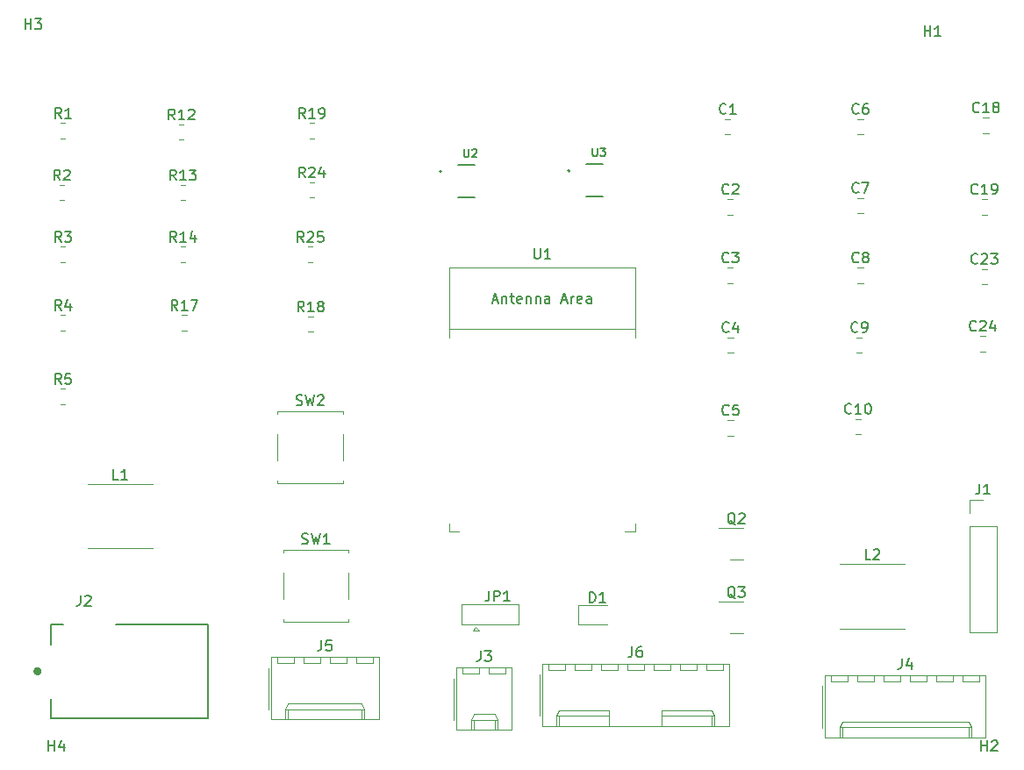
<source format=gto>
G04 #@! TF.GenerationSoftware,KiCad,Pcbnew,7.0.7*
G04 #@! TF.CreationDate,2023-10-31T22:21:59-05:00*
G04 #@! TF.ProjectId,esp32_example,65737033-325f-4657-9861-6d706c652e6b,rev?*
G04 #@! TF.SameCoordinates,Original*
G04 #@! TF.FileFunction,Legend,Top*
G04 #@! TF.FilePolarity,Positive*
%FSLAX46Y46*%
G04 Gerber Fmt 4.6, Leading zero omitted, Abs format (unit mm)*
G04 Created by KiCad (PCBNEW 7.0.7) date 2023-10-31 22:21:59*
%MOMM*%
%LPD*%
G01*
G04 APERTURE LIST*
%ADD10C,0.150000*%
%ADD11C,0.120000*%
%ADD12C,0.127000*%
%ADD13C,0.400000*%
%ADD14C,0.200000*%
G04 APERTURE END LIST*
D10*
X135683666Y-105062819D02*
X135683666Y-105777104D01*
X135683666Y-105777104D02*
X135636047Y-105919961D01*
X135636047Y-105919961D02*
X135540809Y-106015200D01*
X135540809Y-106015200D02*
X135397952Y-106062819D01*
X135397952Y-106062819D02*
X135302714Y-106062819D01*
X136588428Y-105062819D02*
X136397952Y-105062819D01*
X136397952Y-105062819D02*
X136302714Y-105110438D01*
X136302714Y-105110438D02*
X136255095Y-105158057D01*
X136255095Y-105158057D02*
X136159857Y-105300914D01*
X136159857Y-105300914D02*
X136112238Y-105491390D01*
X136112238Y-105491390D02*
X136112238Y-105872342D01*
X136112238Y-105872342D02*
X136159857Y-105967580D01*
X136159857Y-105967580D02*
X136207476Y-106015200D01*
X136207476Y-106015200D02*
X136302714Y-106062819D01*
X136302714Y-106062819D02*
X136493190Y-106062819D01*
X136493190Y-106062819D02*
X136588428Y-106015200D01*
X136588428Y-106015200D02*
X136636047Y-105967580D01*
X136636047Y-105967580D02*
X136683666Y-105872342D01*
X136683666Y-105872342D02*
X136683666Y-105634247D01*
X136683666Y-105634247D02*
X136636047Y-105539009D01*
X136636047Y-105539009D02*
X136588428Y-105491390D01*
X136588428Y-105491390D02*
X136493190Y-105443771D01*
X136493190Y-105443771D02*
X136302714Y-105443771D01*
X136302714Y-105443771D02*
X136207476Y-105491390D01*
X136207476Y-105491390D02*
X136159857Y-105539009D01*
X136159857Y-105539009D02*
X136112238Y-105634247D01*
X161718666Y-106205819D02*
X161718666Y-106920104D01*
X161718666Y-106920104D02*
X161671047Y-107062961D01*
X161671047Y-107062961D02*
X161575809Y-107158200D01*
X161575809Y-107158200D02*
X161432952Y-107205819D01*
X161432952Y-107205819D02*
X161337714Y-107205819D01*
X162623428Y-106539152D02*
X162623428Y-107205819D01*
X162385333Y-106158200D02*
X162147238Y-106872485D01*
X162147238Y-106872485D02*
X162766285Y-106872485D01*
X121881666Y-99660819D02*
X121881666Y-100375104D01*
X121881666Y-100375104D02*
X121834047Y-100517961D01*
X121834047Y-100517961D02*
X121738809Y-100613200D01*
X121738809Y-100613200D02*
X121595952Y-100660819D01*
X121595952Y-100660819D02*
X121500714Y-100660819D01*
X122357857Y-100660819D02*
X122357857Y-99660819D01*
X122357857Y-99660819D02*
X122738809Y-99660819D01*
X122738809Y-99660819D02*
X122834047Y-99708438D01*
X122834047Y-99708438D02*
X122881666Y-99756057D01*
X122881666Y-99756057D02*
X122929285Y-99851295D01*
X122929285Y-99851295D02*
X122929285Y-99994152D01*
X122929285Y-99994152D02*
X122881666Y-100089390D01*
X122881666Y-100089390D02*
X122834047Y-100137009D01*
X122834047Y-100137009D02*
X122738809Y-100184628D01*
X122738809Y-100184628D02*
X122357857Y-100184628D01*
X123881666Y-100660819D02*
X123310238Y-100660819D01*
X123595952Y-100660819D02*
X123595952Y-99660819D01*
X123595952Y-99660819D02*
X123500714Y-99803676D01*
X123500714Y-99803676D02*
X123405476Y-99898914D01*
X123405476Y-99898914D02*
X123310238Y-99946533D01*
X82460412Y-100119129D02*
X82460412Y-100834658D01*
X82460412Y-100834658D02*
X82412711Y-100977764D01*
X82412711Y-100977764D02*
X82317307Y-101073168D01*
X82317307Y-101073168D02*
X82174201Y-101120869D01*
X82174201Y-101120869D02*
X82078797Y-101120869D01*
X82889729Y-100214533D02*
X82937431Y-100166831D01*
X82937431Y-100166831D02*
X83032835Y-100119129D01*
X83032835Y-100119129D02*
X83271344Y-100119129D01*
X83271344Y-100119129D02*
X83366748Y-100166831D01*
X83366748Y-100166831D02*
X83414450Y-100214533D01*
X83414450Y-100214533D02*
X83462152Y-100309937D01*
X83462152Y-100309937D02*
X83462152Y-100405341D01*
X83462152Y-100405341D02*
X83414450Y-100548447D01*
X83414450Y-100548447D02*
X82842027Y-101120869D01*
X82842027Y-101120869D02*
X83462152Y-101120869D01*
X131870074Y-56940065D02*
X131870074Y-57577486D01*
X131870074Y-57577486D02*
X131907570Y-57652476D01*
X131907570Y-57652476D02*
X131945065Y-57689972D01*
X131945065Y-57689972D02*
X132020056Y-57727467D01*
X132020056Y-57727467D02*
X132170037Y-57727467D01*
X132170037Y-57727467D02*
X132245028Y-57689972D01*
X132245028Y-57689972D02*
X132282523Y-57652476D01*
X132282523Y-57652476D02*
X132320018Y-57577486D01*
X132320018Y-57577486D02*
X132320018Y-56940065D01*
X132619981Y-56940065D02*
X133107420Y-56940065D01*
X133107420Y-56940065D02*
X132844953Y-57240028D01*
X132844953Y-57240028D02*
X132957439Y-57240028D01*
X132957439Y-57240028D02*
X133032429Y-57277523D01*
X133032429Y-57277523D02*
X133069925Y-57315018D01*
X133069925Y-57315018D02*
X133107420Y-57390009D01*
X133107420Y-57390009D02*
X133107420Y-57577486D01*
X133107420Y-57577486D02*
X133069925Y-57652476D01*
X133069925Y-57652476D02*
X133032429Y-57689972D01*
X133032429Y-57689972D02*
X132957439Y-57727467D01*
X132957439Y-57727467D02*
X132732467Y-57727467D01*
X132732467Y-57727467D02*
X132657476Y-57689972D01*
X132657476Y-57689972D02*
X132619981Y-57652476D01*
X119471074Y-57001065D02*
X119471074Y-57638486D01*
X119471074Y-57638486D02*
X119508570Y-57713476D01*
X119508570Y-57713476D02*
X119546065Y-57750972D01*
X119546065Y-57750972D02*
X119621056Y-57788467D01*
X119621056Y-57788467D02*
X119771037Y-57788467D01*
X119771037Y-57788467D02*
X119846028Y-57750972D01*
X119846028Y-57750972D02*
X119883523Y-57713476D01*
X119883523Y-57713476D02*
X119921018Y-57638486D01*
X119921018Y-57638486D02*
X119921018Y-57001065D01*
X120258476Y-57076056D02*
X120295971Y-57038560D01*
X120295971Y-57038560D02*
X120370962Y-57001065D01*
X120370962Y-57001065D02*
X120558439Y-57001065D01*
X120558439Y-57001065D02*
X120633429Y-57038560D01*
X120633429Y-57038560D02*
X120670925Y-57076056D01*
X120670925Y-57076056D02*
X120708420Y-57151046D01*
X120708420Y-57151046D02*
X120708420Y-57226037D01*
X120708420Y-57226037D02*
X120670925Y-57338523D01*
X120670925Y-57338523D02*
X120220981Y-57788467D01*
X120220981Y-57788467D02*
X120708420Y-57788467D01*
X126251095Y-66610819D02*
X126251095Y-67420342D01*
X126251095Y-67420342D02*
X126298714Y-67515580D01*
X126298714Y-67515580D02*
X126346333Y-67563200D01*
X126346333Y-67563200D02*
X126441571Y-67610819D01*
X126441571Y-67610819D02*
X126632047Y-67610819D01*
X126632047Y-67610819D02*
X126727285Y-67563200D01*
X126727285Y-67563200D02*
X126774904Y-67515580D01*
X126774904Y-67515580D02*
X126822523Y-67420342D01*
X126822523Y-67420342D02*
X126822523Y-66610819D01*
X127822523Y-67610819D02*
X127251095Y-67610819D01*
X127536809Y-67610819D02*
X127536809Y-66610819D01*
X127536809Y-66610819D02*
X127441571Y-66753676D01*
X127441571Y-66753676D02*
X127346333Y-66848914D01*
X127346333Y-66848914D02*
X127251095Y-66896533D01*
X122251094Y-71625104D02*
X122727284Y-71625104D01*
X122155856Y-71910819D02*
X122489189Y-70910819D01*
X122489189Y-70910819D02*
X122822522Y-71910819D01*
X123155856Y-71244152D02*
X123155856Y-71910819D01*
X123155856Y-71339390D02*
X123203475Y-71291771D01*
X123203475Y-71291771D02*
X123298713Y-71244152D01*
X123298713Y-71244152D02*
X123441570Y-71244152D01*
X123441570Y-71244152D02*
X123536808Y-71291771D01*
X123536808Y-71291771D02*
X123584427Y-71387009D01*
X123584427Y-71387009D02*
X123584427Y-71910819D01*
X123917761Y-71244152D02*
X124298713Y-71244152D01*
X124060618Y-70910819D02*
X124060618Y-71767961D01*
X124060618Y-71767961D02*
X124108237Y-71863200D01*
X124108237Y-71863200D02*
X124203475Y-71910819D01*
X124203475Y-71910819D02*
X124298713Y-71910819D01*
X125012999Y-71863200D02*
X124917761Y-71910819D01*
X124917761Y-71910819D02*
X124727285Y-71910819D01*
X124727285Y-71910819D02*
X124632047Y-71863200D01*
X124632047Y-71863200D02*
X124584428Y-71767961D01*
X124584428Y-71767961D02*
X124584428Y-71387009D01*
X124584428Y-71387009D02*
X124632047Y-71291771D01*
X124632047Y-71291771D02*
X124727285Y-71244152D01*
X124727285Y-71244152D02*
X124917761Y-71244152D01*
X124917761Y-71244152D02*
X125012999Y-71291771D01*
X125012999Y-71291771D02*
X125060618Y-71387009D01*
X125060618Y-71387009D02*
X125060618Y-71482247D01*
X125060618Y-71482247D02*
X124584428Y-71577485D01*
X125489190Y-71244152D02*
X125489190Y-71910819D01*
X125489190Y-71339390D02*
X125536809Y-71291771D01*
X125536809Y-71291771D02*
X125632047Y-71244152D01*
X125632047Y-71244152D02*
X125774904Y-71244152D01*
X125774904Y-71244152D02*
X125870142Y-71291771D01*
X125870142Y-71291771D02*
X125917761Y-71387009D01*
X125917761Y-71387009D02*
X125917761Y-71910819D01*
X126393952Y-71244152D02*
X126393952Y-71910819D01*
X126393952Y-71339390D02*
X126441571Y-71291771D01*
X126441571Y-71291771D02*
X126536809Y-71244152D01*
X126536809Y-71244152D02*
X126679666Y-71244152D01*
X126679666Y-71244152D02*
X126774904Y-71291771D01*
X126774904Y-71291771D02*
X126822523Y-71387009D01*
X126822523Y-71387009D02*
X126822523Y-71910819D01*
X127727285Y-71910819D02*
X127727285Y-71387009D01*
X127727285Y-71387009D02*
X127679666Y-71291771D01*
X127679666Y-71291771D02*
X127584428Y-71244152D01*
X127584428Y-71244152D02*
X127393952Y-71244152D01*
X127393952Y-71244152D02*
X127298714Y-71291771D01*
X127727285Y-71863200D02*
X127632047Y-71910819D01*
X127632047Y-71910819D02*
X127393952Y-71910819D01*
X127393952Y-71910819D02*
X127298714Y-71863200D01*
X127298714Y-71863200D02*
X127251095Y-71767961D01*
X127251095Y-71767961D02*
X127251095Y-71672723D01*
X127251095Y-71672723D02*
X127298714Y-71577485D01*
X127298714Y-71577485D02*
X127393952Y-71529866D01*
X127393952Y-71529866D02*
X127632047Y-71529866D01*
X127632047Y-71529866D02*
X127727285Y-71482247D01*
X128917762Y-71625104D02*
X129393952Y-71625104D01*
X128822524Y-71910819D02*
X129155857Y-70910819D01*
X129155857Y-70910819D02*
X129489190Y-71910819D01*
X129822524Y-71910819D02*
X129822524Y-71244152D01*
X129822524Y-71434628D02*
X129870143Y-71339390D01*
X129870143Y-71339390D02*
X129917762Y-71291771D01*
X129917762Y-71291771D02*
X130013000Y-71244152D01*
X130013000Y-71244152D02*
X130108238Y-71244152D01*
X130822524Y-71863200D02*
X130727286Y-71910819D01*
X130727286Y-71910819D02*
X130536810Y-71910819D01*
X130536810Y-71910819D02*
X130441572Y-71863200D01*
X130441572Y-71863200D02*
X130393953Y-71767961D01*
X130393953Y-71767961D02*
X130393953Y-71387009D01*
X130393953Y-71387009D02*
X130441572Y-71291771D01*
X130441572Y-71291771D02*
X130536810Y-71244152D01*
X130536810Y-71244152D02*
X130727286Y-71244152D01*
X130727286Y-71244152D02*
X130822524Y-71291771D01*
X130822524Y-71291771D02*
X130870143Y-71387009D01*
X130870143Y-71387009D02*
X130870143Y-71482247D01*
X130870143Y-71482247D02*
X130393953Y-71577485D01*
X131727286Y-71910819D02*
X131727286Y-71387009D01*
X131727286Y-71387009D02*
X131679667Y-71291771D01*
X131679667Y-71291771D02*
X131584429Y-71244152D01*
X131584429Y-71244152D02*
X131393953Y-71244152D01*
X131393953Y-71244152D02*
X131298715Y-71291771D01*
X131727286Y-71863200D02*
X131632048Y-71910819D01*
X131632048Y-71910819D02*
X131393953Y-71910819D01*
X131393953Y-71910819D02*
X131298715Y-71863200D01*
X131298715Y-71863200D02*
X131251096Y-71767961D01*
X131251096Y-71767961D02*
X131251096Y-71672723D01*
X131251096Y-71672723D02*
X131298715Y-71577485D01*
X131298715Y-71577485D02*
X131393953Y-71529866D01*
X131393953Y-71529866D02*
X131632048Y-71529866D01*
X131632048Y-71529866D02*
X131727286Y-71482247D01*
X103276667Y-81723200D02*
X103419524Y-81770819D01*
X103419524Y-81770819D02*
X103657619Y-81770819D01*
X103657619Y-81770819D02*
X103752857Y-81723200D01*
X103752857Y-81723200D02*
X103800476Y-81675580D01*
X103800476Y-81675580D02*
X103848095Y-81580342D01*
X103848095Y-81580342D02*
X103848095Y-81485104D01*
X103848095Y-81485104D02*
X103800476Y-81389866D01*
X103800476Y-81389866D02*
X103752857Y-81342247D01*
X103752857Y-81342247D02*
X103657619Y-81294628D01*
X103657619Y-81294628D02*
X103467143Y-81247009D01*
X103467143Y-81247009D02*
X103371905Y-81199390D01*
X103371905Y-81199390D02*
X103324286Y-81151771D01*
X103324286Y-81151771D02*
X103276667Y-81056533D01*
X103276667Y-81056533D02*
X103276667Y-80961295D01*
X103276667Y-80961295D02*
X103324286Y-80866057D01*
X103324286Y-80866057D02*
X103371905Y-80818438D01*
X103371905Y-80818438D02*
X103467143Y-80770819D01*
X103467143Y-80770819D02*
X103705238Y-80770819D01*
X103705238Y-80770819D02*
X103848095Y-80818438D01*
X104181429Y-80770819D02*
X104419524Y-81770819D01*
X104419524Y-81770819D02*
X104610000Y-81056533D01*
X104610000Y-81056533D02*
X104800476Y-81770819D01*
X104800476Y-81770819D02*
X105038572Y-80770819D01*
X105371905Y-80866057D02*
X105419524Y-80818438D01*
X105419524Y-80818438D02*
X105514762Y-80770819D01*
X105514762Y-80770819D02*
X105752857Y-80770819D01*
X105752857Y-80770819D02*
X105848095Y-80818438D01*
X105848095Y-80818438D02*
X105895714Y-80866057D01*
X105895714Y-80866057D02*
X105943333Y-80961295D01*
X105943333Y-80961295D02*
X105943333Y-81056533D01*
X105943333Y-81056533D02*
X105895714Y-81199390D01*
X105895714Y-81199390D02*
X105324286Y-81770819D01*
X105324286Y-81770819D02*
X105943333Y-81770819D01*
X103822667Y-95094200D02*
X103965524Y-95141819D01*
X103965524Y-95141819D02*
X104203619Y-95141819D01*
X104203619Y-95141819D02*
X104298857Y-95094200D01*
X104298857Y-95094200D02*
X104346476Y-95046580D01*
X104346476Y-95046580D02*
X104394095Y-94951342D01*
X104394095Y-94951342D02*
X104394095Y-94856104D01*
X104394095Y-94856104D02*
X104346476Y-94760866D01*
X104346476Y-94760866D02*
X104298857Y-94713247D01*
X104298857Y-94713247D02*
X104203619Y-94665628D01*
X104203619Y-94665628D02*
X104013143Y-94618009D01*
X104013143Y-94618009D02*
X103917905Y-94570390D01*
X103917905Y-94570390D02*
X103870286Y-94522771D01*
X103870286Y-94522771D02*
X103822667Y-94427533D01*
X103822667Y-94427533D02*
X103822667Y-94332295D01*
X103822667Y-94332295D02*
X103870286Y-94237057D01*
X103870286Y-94237057D02*
X103917905Y-94189438D01*
X103917905Y-94189438D02*
X104013143Y-94141819D01*
X104013143Y-94141819D02*
X104251238Y-94141819D01*
X104251238Y-94141819D02*
X104394095Y-94189438D01*
X104727429Y-94141819D02*
X104965524Y-95141819D01*
X104965524Y-95141819D02*
X105156000Y-94427533D01*
X105156000Y-94427533D02*
X105346476Y-95141819D01*
X105346476Y-95141819D02*
X105584572Y-94141819D01*
X106489333Y-95141819D02*
X105917905Y-95141819D01*
X106203619Y-95141819D02*
X106203619Y-94141819D01*
X106203619Y-94141819D02*
X106108381Y-94284676D01*
X106108381Y-94284676D02*
X106013143Y-94379914D01*
X106013143Y-94379914D02*
X105917905Y-94427533D01*
X104005142Y-65987819D02*
X103671809Y-65511628D01*
X103433714Y-65987819D02*
X103433714Y-64987819D01*
X103433714Y-64987819D02*
X103814666Y-64987819D01*
X103814666Y-64987819D02*
X103909904Y-65035438D01*
X103909904Y-65035438D02*
X103957523Y-65083057D01*
X103957523Y-65083057D02*
X104005142Y-65178295D01*
X104005142Y-65178295D02*
X104005142Y-65321152D01*
X104005142Y-65321152D02*
X103957523Y-65416390D01*
X103957523Y-65416390D02*
X103909904Y-65464009D01*
X103909904Y-65464009D02*
X103814666Y-65511628D01*
X103814666Y-65511628D02*
X103433714Y-65511628D01*
X104386095Y-65083057D02*
X104433714Y-65035438D01*
X104433714Y-65035438D02*
X104528952Y-64987819D01*
X104528952Y-64987819D02*
X104767047Y-64987819D01*
X104767047Y-64987819D02*
X104862285Y-65035438D01*
X104862285Y-65035438D02*
X104909904Y-65083057D01*
X104909904Y-65083057D02*
X104957523Y-65178295D01*
X104957523Y-65178295D02*
X104957523Y-65273533D01*
X104957523Y-65273533D02*
X104909904Y-65416390D01*
X104909904Y-65416390D02*
X104338476Y-65987819D01*
X104338476Y-65987819D02*
X104957523Y-65987819D01*
X105862285Y-64987819D02*
X105386095Y-64987819D01*
X105386095Y-64987819D02*
X105338476Y-65464009D01*
X105338476Y-65464009D02*
X105386095Y-65416390D01*
X105386095Y-65416390D02*
X105481333Y-65368771D01*
X105481333Y-65368771D02*
X105719428Y-65368771D01*
X105719428Y-65368771D02*
X105814666Y-65416390D01*
X105814666Y-65416390D02*
X105862285Y-65464009D01*
X105862285Y-65464009D02*
X105909904Y-65559247D01*
X105909904Y-65559247D02*
X105909904Y-65797342D01*
X105909904Y-65797342D02*
X105862285Y-65892580D01*
X105862285Y-65892580D02*
X105814666Y-65940200D01*
X105814666Y-65940200D02*
X105719428Y-65987819D01*
X105719428Y-65987819D02*
X105481333Y-65987819D01*
X105481333Y-65987819D02*
X105386095Y-65940200D01*
X105386095Y-65940200D02*
X105338476Y-65892580D01*
X104132142Y-59764819D02*
X103798809Y-59288628D01*
X103560714Y-59764819D02*
X103560714Y-58764819D01*
X103560714Y-58764819D02*
X103941666Y-58764819D01*
X103941666Y-58764819D02*
X104036904Y-58812438D01*
X104036904Y-58812438D02*
X104084523Y-58860057D01*
X104084523Y-58860057D02*
X104132142Y-58955295D01*
X104132142Y-58955295D02*
X104132142Y-59098152D01*
X104132142Y-59098152D02*
X104084523Y-59193390D01*
X104084523Y-59193390D02*
X104036904Y-59241009D01*
X104036904Y-59241009D02*
X103941666Y-59288628D01*
X103941666Y-59288628D02*
X103560714Y-59288628D01*
X104513095Y-58860057D02*
X104560714Y-58812438D01*
X104560714Y-58812438D02*
X104655952Y-58764819D01*
X104655952Y-58764819D02*
X104894047Y-58764819D01*
X104894047Y-58764819D02*
X104989285Y-58812438D01*
X104989285Y-58812438D02*
X105036904Y-58860057D01*
X105036904Y-58860057D02*
X105084523Y-58955295D01*
X105084523Y-58955295D02*
X105084523Y-59050533D01*
X105084523Y-59050533D02*
X105036904Y-59193390D01*
X105036904Y-59193390D02*
X104465476Y-59764819D01*
X104465476Y-59764819D02*
X105084523Y-59764819D01*
X105941666Y-59098152D02*
X105941666Y-59764819D01*
X105703571Y-58717200D02*
X105465476Y-59431485D01*
X105465476Y-59431485D02*
X106084523Y-59431485D01*
X104132142Y-54049819D02*
X103798809Y-53573628D01*
X103560714Y-54049819D02*
X103560714Y-53049819D01*
X103560714Y-53049819D02*
X103941666Y-53049819D01*
X103941666Y-53049819D02*
X104036904Y-53097438D01*
X104036904Y-53097438D02*
X104084523Y-53145057D01*
X104084523Y-53145057D02*
X104132142Y-53240295D01*
X104132142Y-53240295D02*
X104132142Y-53383152D01*
X104132142Y-53383152D02*
X104084523Y-53478390D01*
X104084523Y-53478390D02*
X104036904Y-53526009D01*
X104036904Y-53526009D02*
X103941666Y-53573628D01*
X103941666Y-53573628D02*
X103560714Y-53573628D01*
X105084523Y-54049819D02*
X104513095Y-54049819D01*
X104798809Y-54049819D02*
X104798809Y-53049819D01*
X104798809Y-53049819D02*
X104703571Y-53192676D01*
X104703571Y-53192676D02*
X104608333Y-53287914D01*
X104608333Y-53287914D02*
X104513095Y-53335533D01*
X105560714Y-54049819D02*
X105751190Y-54049819D01*
X105751190Y-54049819D02*
X105846428Y-54002200D01*
X105846428Y-54002200D02*
X105894047Y-53954580D01*
X105894047Y-53954580D02*
X105989285Y-53811723D01*
X105989285Y-53811723D02*
X106036904Y-53621247D01*
X106036904Y-53621247D02*
X106036904Y-53240295D01*
X106036904Y-53240295D02*
X105989285Y-53145057D01*
X105989285Y-53145057D02*
X105941666Y-53097438D01*
X105941666Y-53097438D02*
X105846428Y-53049819D01*
X105846428Y-53049819D02*
X105655952Y-53049819D01*
X105655952Y-53049819D02*
X105560714Y-53097438D01*
X105560714Y-53097438D02*
X105513095Y-53145057D01*
X105513095Y-53145057D02*
X105465476Y-53240295D01*
X105465476Y-53240295D02*
X105465476Y-53478390D01*
X105465476Y-53478390D02*
X105513095Y-53573628D01*
X105513095Y-53573628D02*
X105560714Y-53621247D01*
X105560714Y-53621247D02*
X105655952Y-53668866D01*
X105655952Y-53668866D02*
X105846428Y-53668866D01*
X105846428Y-53668866D02*
X105941666Y-53621247D01*
X105941666Y-53621247D02*
X105989285Y-53573628D01*
X105989285Y-53573628D02*
X106036904Y-53478390D01*
X104021142Y-72718819D02*
X103687809Y-72242628D01*
X103449714Y-72718819D02*
X103449714Y-71718819D01*
X103449714Y-71718819D02*
X103830666Y-71718819D01*
X103830666Y-71718819D02*
X103925904Y-71766438D01*
X103925904Y-71766438D02*
X103973523Y-71814057D01*
X103973523Y-71814057D02*
X104021142Y-71909295D01*
X104021142Y-71909295D02*
X104021142Y-72052152D01*
X104021142Y-72052152D02*
X103973523Y-72147390D01*
X103973523Y-72147390D02*
X103925904Y-72195009D01*
X103925904Y-72195009D02*
X103830666Y-72242628D01*
X103830666Y-72242628D02*
X103449714Y-72242628D01*
X104973523Y-72718819D02*
X104402095Y-72718819D01*
X104687809Y-72718819D02*
X104687809Y-71718819D01*
X104687809Y-71718819D02*
X104592571Y-71861676D01*
X104592571Y-71861676D02*
X104497333Y-71956914D01*
X104497333Y-71956914D02*
X104402095Y-72004533D01*
X105544952Y-72147390D02*
X105449714Y-72099771D01*
X105449714Y-72099771D02*
X105402095Y-72052152D01*
X105402095Y-72052152D02*
X105354476Y-71956914D01*
X105354476Y-71956914D02*
X105354476Y-71909295D01*
X105354476Y-71909295D02*
X105402095Y-71814057D01*
X105402095Y-71814057D02*
X105449714Y-71766438D01*
X105449714Y-71766438D02*
X105544952Y-71718819D01*
X105544952Y-71718819D02*
X105735428Y-71718819D01*
X105735428Y-71718819D02*
X105830666Y-71766438D01*
X105830666Y-71766438D02*
X105878285Y-71814057D01*
X105878285Y-71814057D02*
X105925904Y-71909295D01*
X105925904Y-71909295D02*
X105925904Y-71956914D01*
X105925904Y-71956914D02*
X105878285Y-72052152D01*
X105878285Y-72052152D02*
X105830666Y-72099771D01*
X105830666Y-72099771D02*
X105735428Y-72147390D01*
X105735428Y-72147390D02*
X105544952Y-72147390D01*
X105544952Y-72147390D02*
X105449714Y-72195009D01*
X105449714Y-72195009D02*
X105402095Y-72242628D01*
X105402095Y-72242628D02*
X105354476Y-72337866D01*
X105354476Y-72337866D02*
X105354476Y-72528342D01*
X105354476Y-72528342D02*
X105402095Y-72623580D01*
X105402095Y-72623580D02*
X105449714Y-72671200D01*
X105449714Y-72671200D02*
X105544952Y-72718819D01*
X105544952Y-72718819D02*
X105735428Y-72718819D01*
X105735428Y-72718819D02*
X105830666Y-72671200D01*
X105830666Y-72671200D02*
X105878285Y-72623580D01*
X105878285Y-72623580D02*
X105925904Y-72528342D01*
X105925904Y-72528342D02*
X105925904Y-72337866D01*
X105925904Y-72337866D02*
X105878285Y-72242628D01*
X105878285Y-72242628D02*
X105830666Y-72195009D01*
X105830666Y-72195009D02*
X105735428Y-72147390D01*
X91829142Y-72591819D02*
X91495809Y-72115628D01*
X91257714Y-72591819D02*
X91257714Y-71591819D01*
X91257714Y-71591819D02*
X91638666Y-71591819D01*
X91638666Y-71591819D02*
X91733904Y-71639438D01*
X91733904Y-71639438D02*
X91781523Y-71687057D01*
X91781523Y-71687057D02*
X91829142Y-71782295D01*
X91829142Y-71782295D02*
X91829142Y-71925152D01*
X91829142Y-71925152D02*
X91781523Y-72020390D01*
X91781523Y-72020390D02*
X91733904Y-72068009D01*
X91733904Y-72068009D02*
X91638666Y-72115628D01*
X91638666Y-72115628D02*
X91257714Y-72115628D01*
X92781523Y-72591819D02*
X92210095Y-72591819D01*
X92495809Y-72591819D02*
X92495809Y-71591819D01*
X92495809Y-71591819D02*
X92400571Y-71734676D01*
X92400571Y-71734676D02*
X92305333Y-71829914D01*
X92305333Y-71829914D02*
X92210095Y-71877533D01*
X93114857Y-71591819D02*
X93781523Y-71591819D01*
X93781523Y-71591819D02*
X93352952Y-72591819D01*
X91702142Y-65987819D02*
X91368809Y-65511628D01*
X91130714Y-65987819D02*
X91130714Y-64987819D01*
X91130714Y-64987819D02*
X91511666Y-64987819D01*
X91511666Y-64987819D02*
X91606904Y-65035438D01*
X91606904Y-65035438D02*
X91654523Y-65083057D01*
X91654523Y-65083057D02*
X91702142Y-65178295D01*
X91702142Y-65178295D02*
X91702142Y-65321152D01*
X91702142Y-65321152D02*
X91654523Y-65416390D01*
X91654523Y-65416390D02*
X91606904Y-65464009D01*
X91606904Y-65464009D02*
X91511666Y-65511628D01*
X91511666Y-65511628D02*
X91130714Y-65511628D01*
X92654523Y-65987819D02*
X92083095Y-65987819D01*
X92368809Y-65987819D02*
X92368809Y-64987819D01*
X92368809Y-64987819D02*
X92273571Y-65130676D01*
X92273571Y-65130676D02*
X92178333Y-65225914D01*
X92178333Y-65225914D02*
X92083095Y-65273533D01*
X93511666Y-65321152D02*
X93511666Y-65987819D01*
X93273571Y-64940200D02*
X93035476Y-65654485D01*
X93035476Y-65654485D02*
X93654523Y-65654485D01*
X91686142Y-60018819D02*
X91352809Y-59542628D01*
X91114714Y-60018819D02*
X91114714Y-59018819D01*
X91114714Y-59018819D02*
X91495666Y-59018819D01*
X91495666Y-59018819D02*
X91590904Y-59066438D01*
X91590904Y-59066438D02*
X91638523Y-59114057D01*
X91638523Y-59114057D02*
X91686142Y-59209295D01*
X91686142Y-59209295D02*
X91686142Y-59352152D01*
X91686142Y-59352152D02*
X91638523Y-59447390D01*
X91638523Y-59447390D02*
X91590904Y-59495009D01*
X91590904Y-59495009D02*
X91495666Y-59542628D01*
X91495666Y-59542628D02*
X91114714Y-59542628D01*
X92638523Y-60018819D02*
X92067095Y-60018819D01*
X92352809Y-60018819D02*
X92352809Y-59018819D01*
X92352809Y-59018819D02*
X92257571Y-59161676D01*
X92257571Y-59161676D02*
X92162333Y-59256914D01*
X92162333Y-59256914D02*
X92067095Y-59304533D01*
X92971857Y-59018819D02*
X93590904Y-59018819D01*
X93590904Y-59018819D02*
X93257571Y-59399771D01*
X93257571Y-59399771D02*
X93400428Y-59399771D01*
X93400428Y-59399771D02*
X93495666Y-59447390D01*
X93495666Y-59447390D02*
X93543285Y-59495009D01*
X93543285Y-59495009D02*
X93590904Y-59590247D01*
X93590904Y-59590247D02*
X93590904Y-59828342D01*
X93590904Y-59828342D02*
X93543285Y-59923580D01*
X93543285Y-59923580D02*
X93495666Y-59971200D01*
X93495666Y-59971200D02*
X93400428Y-60018819D01*
X93400428Y-60018819D02*
X93114714Y-60018819D01*
X93114714Y-60018819D02*
X93019476Y-59971200D01*
X93019476Y-59971200D02*
X92971857Y-59923580D01*
X91559142Y-54176819D02*
X91225809Y-53700628D01*
X90987714Y-54176819D02*
X90987714Y-53176819D01*
X90987714Y-53176819D02*
X91368666Y-53176819D01*
X91368666Y-53176819D02*
X91463904Y-53224438D01*
X91463904Y-53224438D02*
X91511523Y-53272057D01*
X91511523Y-53272057D02*
X91559142Y-53367295D01*
X91559142Y-53367295D02*
X91559142Y-53510152D01*
X91559142Y-53510152D02*
X91511523Y-53605390D01*
X91511523Y-53605390D02*
X91463904Y-53653009D01*
X91463904Y-53653009D02*
X91368666Y-53700628D01*
X91368666Y-53700628D02*
X90987714Y-53700628D01*
X92511523Y-54176819D02*
X91940095Y-54176819D01*
X92225809Y-54176819D02*
X92225809Y-53176819D01*
X92225809Y-53176819D02*
X92130571Y-53319676D01*
X92130571Y-53319676D02*
X92035333Y-53414914D01*
X92035333Y-53414914D02*
X91940095Y-53462533D01*
X92892476Y-53272057D02*
X92940095Y-53224438D01*
X92940095Y-53224438D02*
X93035333Y-53176819D01*
X93035333Y-53176819D02*
X93273428Y-53176819D01*
X93273428Y-53176819D02*
X93368666Y-53224438D01*
X93368666Y-53224438D02*
X93416285Y-53272057D01*
X93416285Y-53272057D02*
X93463904Y-53367295D01*
X93463904Y-53367295D02*
X93463904Y-53462533D01*
X93463904Y-53462533D02*
X93416285Y-53605390D01*
X93416285Y-53605390D02*
X92844857Y-54176819D01*
X92844857Y-54176819D02*
X93463904Y-54176819D01*
X80605333Y-79703819D02*
X80272000Y-79227628D01*
X80033905Y-79703819D02*
X80033905Y-78703819D01*
X80033905Y-78703819D02*
X80414857Y-78703819D01*
X80414857Y-78703819D02*
X80510095Y-78751438D01*
X80510095Y-78751438D02*
X80557714Y-78799057D01*
X80557714Y-78799057D02*
X80605333Y-78894295D01*
X80605333Y-78894295D02*
X80605333Y-79037152D01*
X80605333Y-79037152D02*
X80557714Y-79132390D01*
X80557714Y-79132390D02*
X80510095Y-79180009D01*
X80510095Y-79180009D02*
X80414857Y-79227628D01*
X80414857Y-79227628D02*
X80033905Y-79227628D01*
X81510095Y-78703819D02*
X81033905Y-78703819D01*
X81033905Y-78703819D02*
X80986286Y-79180009D01*
X80986286Y-79180009D02*
X81033905Y-79132390D01*
X81033905Y-79132390D02*
X81129143Y-79084771D01*
X81129143Y-79084771D02*
X81367238Y-79084771D01*
X81367238Y-79084771D02*
X81462476Y-79132390D01*
X81462476Y-79132390D02*
X81510095Y-79180009D01*
X81510095Y-79180009D02*
X81557714Y-79275247D01*
X81557714Y-79275247D02*
X81557714Y-79513342D01*
X81557714Y-79513342D02*
X81510095Y-79608580D01*
X81510095Y-79608580D02*
X81462476Y-79656200D01*
X81462476Y-79656200D02*
X81367238Y-79703819D01*
X81367238Y-79703819D02*
X81129143Y-79703819D01*
X81129143Y-79703819D02*
X81033905Y-79656200D01*
X81033905Y-79656200D02*
X80986286Y-79608580D01*
X80605333Y-72591819D02*
X80272000Y-72115628D01*
X80033905Y-72591819D02*
X80033905Y-71591819D01*
X80033905Y-71591819D02*
X80414857Y-71591819D01*
X80414857Y-71591819D02*
X80510095Y-71639438D01*
X80510095Y-71639438D02*
X80557714Y-71687057D01*
X80557714Y-71687057D02*
X80605333Y-71782295D01*
X80605333Y-71782295D02*
X80605333Y-71925152D01*
X80605333Y-71925152D02*
X80557714Y-72020390D01*
X80557714Y-72020390D02*
X80510095Y-72068009D01*
X80510095Y-72068009D02*
X80414857Y-72115628D01*
X80414857Y-72115628D02*
X80033905Y-72115628D01*
X81462476Y-71925152D02*
X81462476Y-72591819D01*
X81224381Y-71544200D02*
X80986286Y-72258485D01*
X80986286Y-72258485D02*
X81605333Y-72258485D01*
X80605333Y-65987819D02*
X80272000Y-65511628D01*
X80033905Y-65987819D02*
X80033905Y-64987819D01*
X80033905Y-64987819D02*
X80414857Y-64987819D01*
X80414857Y-64987819D02*
X80510095Y-65035438D01*
X80510095Y-65035438D02*
X80557714Y-65083057D01*
X80557714Y-65083057D02*
X80605333Y-65178295D01*
X80605333Y-65178295D02*
X80605333Y-65321152D01*
X80605333Y-65321152D02*
X80557714Y-65416390D01*
X80557714Y-65416390D02*
X80510095Y-65464009D01*
X80510095Y-65464009D02*
X80414857Y-65511628D01*
X80414857Y-65511628D02*
X80033905Y-65511628D01*
X80938667Y-64987819D02*
X81557714Y-64987819D01*
X81557714Y-64987819D02*
X81224381Y-65368771D01*
X81224381Y-65368771D02*
X81367238Y-65368771D01*
X81367238Y-65368771D02*
X81462476Y-65416390D01*
X81462476Y-65416390D02*
X81510095Y-65464009D01*
X81510095Y-65464009D02*
X81557714Y-65559247D01*
X81557714Y-65559247D02*
X81557714Y-65797342D01*
X81557714Y-65797342D02*
X81510095Y-65892580D01*
X81510095Y-65892580D02*
X81462476Y-65940200D01*
X81462476Y-65940200D02*
X81367238Y-65987819D01*
X81367238Y-65987819D02*
X81081524Y-65987819D01*
X81081524Y-65987819D02*
X80986286Y-65940200D01*
X80986286Y-65940200D02*
X80938667Y-65892580D01*
X80494333Y-60018819D02*
X80161000Y-59542628D01*
X79922905Y-60018819D02*
X79922905Y-59018819D01*
X79922905Y-59018819D02*
X80303857Y-59018819D01*
X80303857Y-59018819D02*
X80399095Y-59066438D01*
X80399095Y-59066438D02*
X80446714Y-59114057D01*
X80446714Y-59114057D02*
X80494333Y-59209295D01*
X80494333Y-59209295D02*
X80494333Y-59352152D01*
X80494333Y-59352152D02*
X80446714Y-59447390D01*
X80446714Y-59447390D02*
X80399095Y-59495009D01*
X80399095Y-59495009D02*
X80303857Y-59542628D01*
X80303857Y-59542628D02*
X79922905Y-59542628D01*
X80875286Y-59114057D02*
X80922905Y-59066438D01*
X80922905Y-59066438D02*
X81018143Y-59018819D01*
X81018143Y-59018819D02*
X81256238Y-59018819D01*
X81256238Y-59018819D02*
X81351476Y-59066438D01*
X81351476Y-59066438D02*
X81399095Y-59114057D01*
X81399095Y-59114057D02*
X81446714Y-59209295D01*
X81446714Y-59209295D02*
X81446714Y-59304533D01*
X81446714Y-59304533D02*
X81399095Y-59447390D01*
X81399095Y-59447390D02*
X80827667Y-60018819D01*
X80827667Y-60018819D02*
X81446714Y-60018819D01*
X80605333Y-54049819D02*
X80272000Y-53573628D01*
X80033905Y-54049819D02*
X80033905Y-53049819D01*
X80033905Y-53049819D02*
X80414857Y-53049819D01*
X80414857Y-53049819D02*
X80510095Y-53097438D01*
X80510095Y-53097438D02*
X80557714Y-53145057D01*
X80557714Y-53145057D02*
X80605333Y-53240295D01*
X80605333Y-53240295D02*
X80605333Y-53383152D01*
X80605333Y-53383152D02*
X80557714Y-53478390D01*
X80557714Y-53478390D02*
X80510095Y-53526009D01*
X80510095Y-53526009D02*
X80414857Y-53573628D01*
X80414857Y-53573628D02*
X80033905Y-53573628D01*
X81557714Y-54049819D02*
X80986286Y-54049819D01*
X81272000Y-54049819D02*
X81272000Y-53049819D01*
X81272000Y-53049819D02*
X81176762Y-53192676D01*
X81176762Y-53192676D02*
X81081524Y-53287914D01*
X81081524Y-53287914D02*
X80986286Y-53335533D01*
X145652261Y-100385057D02*
X145557023Y-100337438D01*
X145557023Y-100337438D02*
X145461785Y-100242200D01*
X145461785Y-100242200D02*
X145318928Y-100099342D01*
X145318928Y-100099342D02*
X145223690Y-100051723D01*
X145223690Y-100051723D02*
X145128452Y-100051723D01*
X145176071Y-100289819D02*
X145080833Y-100242200D01*
X145080833Y-100242200D02*
X144985595Y-100146961D01*
X144985595Y-100146961D02*
X144937976Y-99956485D01*
X144937976Y-99956485D02*
X144937976Y-99623152D01*
X144937976Y-99623152D02*
X144985595Y-99432676D01*
X144985595Y-99432676D02*
X145080833Y-99337438D01*
X145080833Y-99337438D02*
X145176071Y-99289819D01*
X145176071Y-99289819D02*
X145366547Y-99289819D01*
X145366547Y-99289819D02*
X145461785Y-99337438D01*
X145461785Y-99337438D02*
X145557023Y-99432676D01*
X145557023Y-99432676D02*
X145604642Y-99623152D01*
X145604642Y-99623152D02*
X145604642Y-99956485D01*
X145604642Y-99956485D02*
X145557023Y-100146961D01*
X145557023Y-100146961D02*
X145461785Y-100242200D01*
X145461785Y-100242200D02*
X145366547Y-100289819D01*
X145366547Y-100289819D02*
X145176071Y-100289819D01*
X145937976Y-99289819D02*
X146557023Y-99289819D01*
X146557023Y-99289819D02*
X146223690Y-99670771D01*
X146223690Y-99670771D02*
X146366547Y-99670771D01*
X146366547Y-99670771D02*
X146461785Y-99718390D01*
X146461785Y-99718390D02*
X146509404Y-99766009D01*
X146509404Y-99766009D02*
X146557023Y-99861247D01*
X146557023Y-99861247D02*
X146557023Y-100099342D01*
X146557023Y-100099342D02*
X146509404Y-100194580D01*
X146509404Y-100194580D02*
X146461785Y-100242200D01*
X146461785Y-100242200D02*
X146366547Y-100289819D01*
X146366547Y-100289819D02*
X146080833Y-100289819D01*
X146080833Y-100289819D02*
X145985595Y-100242200D01*
X145985595Y-100242200D02*
X145937976Y-100194580D01*
X145652261Y-93273057D02*
X145557023Y-93225438D01*
X145557023Y-93225438D02*
X145461785Y-93130200D01*
X145461785Y-93130200D02*
X145318928Y-92987342D01*
X145318928Y-92987342D02*
X145223690Y-92939723D01*
X145223690Y-92939723D02*
X145128452Y-92939723D01*
X145176071Y-93177819D02*
X145080833Y-93130200D01*
X145080833Y-93130200D02*
X144985595Y-93034961D01*
X144985595Y-93034961D02*
X144937976Y-92844485D01*
X144937976Y-92844485D02*
X144937976Y-92511152D01*
X144937976Y-92511152D02*
X144985595Y-92320676D01*
X144985595Y-92320676D02*
X145080833Y-92225438D01*
X145080833Y-92225438D02*
X145176071Y-92177819D01*
X145176071Y-92177819D02*
X145366547Y-92177819D01*
X145366547Y-92177819D02*
X145461785Y-92225438D01*
X145461785Y-92225438D02*
X145557023Y-92320676D01*
X145557023Y-92320676D02*
X145604642Y-92511152D01*
X145604642Y-92511152D02*
X145604642Y-92844485D01*
X145604642Y-92844485D02*
X145557023Y-93034961D01*
X145557023Y-93034961D02*
X145461785Y-93130200D01*
X145461785Y-93130200D02*
X145366547Y-93177819D01*
X145366547Y-93177819D02*
X145176071Y-93177819D01*
X145985595Y-92273057D02*
X146033214Y-92225438D01*
X146033214Y-92225438D02*
X146128452Y-92177819D01*
X146128452Y-92177819D02*
X146366547Y-92177819D01*
X146366547Y-92177819D02*
X146461785Y-92225438D01*
X146461785Y-92225438D02*
X146509404Y-92273057D01*
X146509404Y-92273057D02*
X146557023Y-92368295D01*
X146557023Y-92368295D02*
X146557023Y-92463533D01*
X146557023Y-92463533D02*
X146509404Y-92606390D01*
X146509404Y-92606390D02*
X145937976Y-93177819D01*
X145937976Y-93177819D02*
X146557023Y-93177819D01*
X158710333Y-96657819D02*
X158234143Y-96657819D01*
X158234143Y-96657819D02*
X158234143Y-95657819D01*
X158996048Y-95753057D02*
X159043667Y-95705438D01*
X159043667Y-95705438D02*
X159138905Y-95657819D01*
X159138905Y-95657819D02*
X159377000Y-95657819D01*
X159377000Y-95657819D02*
X159472238Y-95705438D01*
X159472238Y-95705438D02*
X159519857Y-95753057D01*
X159519857Y-95753057D02*
X159567476Y-95848295D01*
X159567476Y-95848295D02*
X159567476Y-95943533D01*
X159567476Y-95943533D02*
X159519857Y-96086390D01*
X159519857Y-96086390D02*
X158948429Y-96657819D01*
X158948429Y-96657819D02*
X159567476Y-96657819D01*
X86130333Y-88910819D02*
X85654143Y-88910819D01*
X85654143Y-88910819D02*
X85654143Y-87910819D01*
X86987476Y-88910819D02*
X86416048Y-88910819D01*
X86701762Y-88910819D02*
X86701762Y-87910819D01*
X86701762Y-87910819D02*
X86606524Y-88053676D01*
X86606524Y-88053676D02*
X86511286Y-88148914D01*
X86511286Y-88148914D02*
X86416048Y-88196533D01*
X105711666Y-104447819D02*
X105711666Y-105162104D01*
X105711666Y-105162104D02*
X105664047Y-105304961D01*
X105664047Y-105304961D02*
X105568809Y-105400200D01*
X105568809Y-105400200D02*
X105425952Y-105447819D01*
X105425952Y-105447819D02*
X105330714Y-105447819D01*
X106664047Y-104447819D02*
X106187857Y-104447819D01*
X106187857Y-104447819D02*
X106140238Y-104924009D01*
X106140238Y-104924009D02*
X106187857Y-104876390D01*
X106187857Y-104876390D02*
X106283095Y-104828771D01*
X106283095Y-104828771D02*
X106521190Y-104828771D01*
X106521190Y-104828771D02*
X106616428Y-104876390D01*
X106616428Y-104876390D02*
X106664047Y-104924009D01*
X106664047Y-104924009D02*
X106711666Y-105019247D01*
X106711666Y-105019247D02*
X106711666Y-105257342D01*
X106711666Y-105257342D02*
X106664047Y-105352580D01*
X106664047Y-105352580D02*
X106616428Y-105400200D01*
X106616428Y-105400200D02*
X106521190Y-105447819D01*
X106521190Y-105447819D02*
X106283095Y-105447819D01*
X106283095Y-105447819D02*
X106187857Y-105400200D01*
X106187857Y-105400200D02*
X106140238Y-105352580D01*
X121078666Y-105463819D02*
X121078666Y-106178104D01*
X121078666Y-106178104D02*
X121031047Y-106320961D01*
X121031047Y-106320961D02*
X120935809Y-106416200D01*
X120935809Y-106416200D02*
X120792952Y-106463819D01*
X120792952Y-106463819D02*
X120697714Y-106463819D01*
X121459619Y-105463819D02*
X122078666Y-105463819D01*
X122078666Y-105463819D02*
X121745333Y-105844771D01*
X121745333Y-105844771D02*
X121888190Y-105844771D01*
X121888190Y-105844771D02*
X121983428Y-105892390D01*
X121983428Y-105892390D02*
X122031047Y-105940009D01*
X122031047Y-105940009D02*
X122078666Y-106035247D01*
X122078666Y-106035247D02*
X122078666Y-106273342D01*
X122078666Y-106273342D02*
X122031047Y-106368580D01*
X122031047Y-106368580D02*
X121983428Y-106416200D01*
X121983428Y-106416200D02*
X121888190Y-106463819D01*
X121888190Y-106463819D02*
X121602476Y-106463819D01*
X121602476Y-106463819D02*
X121507238Y-106416200D01*
X121507238Y-106416200D02*
X121459619Y-106368580D01*
X169211666Y-89331819D02*
X169211666Y-90046104D01*
X169211666Y-90046104D02*
X169164047Y-90188961D01*
X169164047Y-90188961D02*
X169068809Y-90284200D01*
X169068809Y-90284200D02*
X168925952Y-90331819D01*
X168925952Y-90331819D02*
X168830714Y-90331819D01*
X170211666Y-90331819D02*
X169640238Y-90331819D01*
X169925952Y-90331819D02*
X169925952Y-89331819D01*
X169925952Y-89331819D02*
X169830714Y-89474676D01*
X169830714Y-89474676D02*
X169735476Y-89569914D01*
X169735476Y-89569914D02*
X169640238Y-89617533D01*
X131586905Y-100785819D02*
X131586905Y-99785819D01*
X131586905Y-99785819D02*
X131825000Y-99785819D01*
X131825000Y-99785819D02*
X131967857Y-99833438D01*
X131967857Y-99833438D02*
X132063095Y-99928676D01*
X132063095Y-99928676D02*
X132110714Y-100023914D01*
X132110714Y-100023914D02*
X132158333Y-100214390D01*
X132158333Y-100214390D02*
X132158333Y-100357247D01*
X132158333Y-100357247D02*
X132110714Y-100547723D01*
X132110714Y-100547723D02*
X132063095Y-100642961D01*
X132063095Y-100642961D02*
X131967857Y-100738200D01*
X131967857Y-100738200D02*
X131825000Y-100785819D01*
X131825000Y-100785819D02*
X131586905Y-100785819D01*
X133110714Y-100785819D02*
X132539286Y-100785819D01*
X132825000Y-100785819D02*
X132825000Y-99785819D01*
X132825000Y-99785819D02*
X132729762Y-99928676D01*
X132729762Y-99928676D02*
X132634524Y-100023914D01*
X132634524Y-100023914D02*
X132539286Y-100071533D01*
X168880642Y-74498580D02*
X168833023Y-74546200D01*
X168833023Y-74546200D02*
X168690166Y-74593819D01*
X168690166Y-74593819D02*
X168594928Y-74593819D01*
X168594928Y-74593819D02*
X168452071Y-74546200D01*
X168452071Y-74546200D02*
X168356833Y-74450961D01*
X168356833Y-74450961D02*
X168309214Y-74355723D01*
X168309214Y-74355723D02*
X168261595Y-74165247D01*
X168261595Y-74165247D02*
X168261595Y-74022390D01*
X168261595Y-74022390D02*
X168309214Y-73831914D01*
X168309214Y-73831914D02*
X168356833Y-73736676D01*
X168356833Y-73736676D02*
X168452071Y-73641438D01*
X168452071Y-73641438D02*
X168594928Y-73593819D01*
X168594928Y-73593819D02*
X168690166Y-73593819D01*
X168690166Y-73593819D02*
X168833023Y-73641438D01*
X168833023Y-73641438D02*
X168880642Y-73689057D01*
X169261595Y-73689057D02*
X169309214Y-73641438D01*
X169309214Y-73641438D02*
X169404452Y-73593819D01*
X169404452Y-73593819D02*
X169642547Y-73593819D01*
X169642547Y-73593819D02*
X169737785Y-73641438D01*
X169737785Y-73641438D02*
X169785404Y-73689057D01*
X169785404Y-73689057D02*
X169833023Y-73784295D01*
X169833023Y-73784295D02*
X169833023Y-73879533D01*
X169833023Y-73879533D02*
X169785404Y-74022390D01*
X169785404Y-74022390D02*
X169213976Y-74593819D01*
X169213976Y-74593819D02*
X169833023Y-74593819D01*
X170690166Y-73927152D02*
X170690166Y-74593819D01*
X170452071Y-73546200D02*
X170213976Y-74260485D01*
X170213976Y-74260485D02*
X170833023Y-74260485D01*
X169029142Y-68021580D02*
X168981523Y-68069200D01*
X168981523Y-68069200D02*
X168838666Y-68116819D01*
X168838666Y-68116819D02*
X168743428Y-68116819D01*
X168743428Y-68116819D02*
X168600571Y-68069200D01*
X168600571Y-68069200D02*
X168505333Y-67973961D01*
X168505333Y-67973961D02*
X168457714Y-67878723D01*
X168457714Y-67878723D02*
X168410095Y-67688247D01*
X168410095Y-67688247D02*
X168410095Y-67545390D01*
X168410095Y-67545390D02*
X168457714Y-67354914D01*
X168457714Y-67354914D02*
X168505333Y-67259676D01*
X168505333Y-67259676D02*
X168600571Y-67164438D01*
X168600571Y-67164438D02*
X168743428Y-67116819D01*
X168743428Y-67116819D02*
X168838666Y-67116819D01*
X168838666Y-67116819D02*
X168981523Y-67164438D01*
X168981523Y-67164438D02*
X169029142Y-67212057D01*
X169410095Y-67212057D02*
X169457714Y-67164438D01*
X169457714Y-67164438D02*
X169552952Y-67116819D01*
X169552952Y-67116819D02*
X169791047Y-67116819D01*
X169791047Y-67116819D02*
X169886285Y-67164438D01*
X169886285Y-67164438D02*
X169933904Y-67212057D01*
X169933904Y-67212057D02*
X169981523Y-67307295D01*
X169981523Y-67307295D02*
X169981523Y-67402533D01*
X169981523Y-67402533D02*
X169933904Y-67545390D01*
X169933904Y-67545390D02*
X169362476Y-68116819D01*
X169362476Y-68116819D02*
X169981523Y-68116819D01*
X170314857Y-67116819D02*
X170933904Y-67116819D01*
X170933904Y-67116819D02*
X170600571Y-67497771D01*
X170600571Y-67497771D02*
X170743428Y-67497771D01*
X170743428Y-67497771D02*
X170838666Y-67545390D01*
X170838666Y-67545390D02*
X170886285Y-67593009D01*
X170886285Y-67593009D02*
X170933904Y-67688247D01*
X170933904Y-67688247D02*
X170933904Y-67926342D01*
X170933904Y-67926342D02*
X170886285Y-68021580D01*
X170886285Y-68021580D02*
X170838666Y-68069200D01*
X170838666Y-68069200D02*
X170743428Y-68116819D01*
X170743428Y-68116819D02*
X170457714Y-68116819D01*
X170457714Y-68116819D02*
X170362476Y-68069200D01*
X170362476Y-68069200D02*
X170314857Y-68021580D01*
X169029142Y-61290580D02*
X168981523Y-61338200D01*
X168981523Y-61338200D02*
X168838666Y-61385819D01*
X168838666Y-61385819D02*
X168743428Y-61385819D01*
X168743428Y-61385819D02*
X168600571Y-61338200D01*
X168600571Y-61338200D02*
X168505333Y-61242961D01*
X168505333Y-61242961D02*
X168457714Y-61147723D01*
X168457714Y-61147723D02*
X168410095Y-60957247D01*
X168410095Y-60957247D02*
X168410095Y-60814390D01*
X168410095Y-60814390D02*
X168457714Y-60623914D01*
X168457714Y-60623914D02*
X168505333Y-60528676D01*
X168505333Y-60528676D02*
X168600571Y-60433438D01*
X168600571Y-60433438D02*
X168743428Y-60385819D01*
X168743428Y-60385819D02*
X168838666Y-60385819D01*
X168838666Y-60385819D02*
X168981523Y-60433438D01*
X168981523Y-60433438D02*
X169029142Y-60481057D01*
X169981523Y-61385819D02*
X169410095Y-61385819D01*
X169695809Y-61385819D02*
X169695809Y-60385819D01*
X169695809Y-60385819D02*
X169600571Y-60528676D01*
X169600571Y-60528676D02*
X169505333Y-60623914D01*
X169505333Y-60623914D02*
X169410095Y-60671533D01*
X170457714Y-61385819D02*
X170648190Y-61385819D01*
X170648190Y-61385819D02*
X170743428Y-61338200D01*
X170743428Y-61338200D02*
X170791047Y-61290580D01*
X170791047Y-61290580D02*
X170886285Y-61147723D01*
X170886285Y-61147723D02*
X170933904Y-60957247D01*
X170933904Y-60957247D02*
X170933904Y-60576295D01*
X170933904Y-60576295D02*
X170886285Y-60481057D01*
X170886285Y-60481057D02*
X170838666Y-60433438D01*
X170838666Y-60433438D02*
X170743428Y-60385819D01*
X170743428Y-60385819D02*
X170552952Y-60385819D01*
X170552952Y-60385819D02*
X170457714Y-60433438D01*
X170457714Y-60433438D02*
X170410095Y-60481057D01*
X170410095Y-60481057D02*
X170362476Y-60576295D01*
X170362476Y-60576295D02*
X170362476Y-60814390D01*
X170362476Y-60814390D02*
X170410095Y-60909628D01*
X170410095Y-60909628D02*
X170457714Y-60957247D01*
X170457714Y-60957247D02*
X170552952Y-61004866D01*
X170552952Y-61004866D02*
X170743428Y-61004866D01*
X170743428Y-61004866D02*
X170838666Y-60957247D01*
X170838666Y-60957247D02*
X170886285Y-60909628D01*
X170886285Y-60909628D02*
X170933904Y-60814390D01*
X169177642Y-53416580D02*
X169130023Y-53464200D01*
X169130023Y-53464200D02*
X168987166Y-53511819D01*
X168987166Y-53511819D02*
X168891928Y-53511819D01*
X168891928Y-53511819D02*
X168749071Y-53464200D01*
X168749071Y-53464200D02*
X168653833Y-53368961D01*
X168653833Y-53368961D02*
X168606214Y-53273723D01*
X168606214Y-53273723D02*
X168558595Y-53083247D01*
X168558595Y-53083247D02*
X168558595Y-52940390D01*
X168558595Y-52940390D02*
X168606214Y-52749914D01*
X168606214Y-52749914D02*
X168653833Y-52654676D01*
X168653833Y-52654676D02*
X168749071Y-52559438D01*
X168749071Y-52559438D02*
X168891928Y-52511819D01*
X168891928Y-52511819D02*
X168987166Y-52511819D01*
X168987166Y-52511819D02*
X169130023Y-52559438D01*
X169130023Y-52559438D02*
X169177642Y-52607057D01*
X170130023Y-53511819D02*
X169558595Y-53511819D01*
X169844309Y-53511819D02*
X169844309Y-52511819D01*
X169844309Y-52511819D02*
X169749071Y-52654676D01*
X169749071Y-52654676D02*
X169653833Y-52749914D01*
X169653833Y-52749914D02*
X169558595Y-52797533D01*
X170701452Y-52940390D02*
X170606214Y-52892771D01*
X170606214Y-52892771D02*
X170558595Y-52845152D01*
X170558595Y-52845152D02*
X170510976Y-52749914D01*
X170510976Y-52749914D02*
X170510976Y-52702295D01*
X170510976Y-52702295D02*
X170558595Y-52607057D01*
X170558595Y-52607057D02*
X170606214Y-52559438D01*
X170606214Y-52559438D02*
X170701452Y-52511819D01*
X170701452Y-52511819D02*
X170891928Y-52511819D01*
X170891928Y-52511819D02*
X170987166Y-52559438D01*
X170987166Y-52559438D02*
X171034785Y-52607057D01*
X171034785Y-52607057D02*
X171082404Y-52702295D01*
X171082404Y-52702295D02*
X171082404Y-52749914D01*
X171082404Y-52749914D02*
X171034785Y-52845152D01*
X171034785Y-52845152D02*
X170987166Y-52892771D01*
X170987166Y-52892771D02*
X170891928Y-52940390D01*
X170891928Y-52940390D02*
X170701452Y-52940390D01*
X170701452Y-52940390D02*
X170606214Y-52988009D01*
X170606214Y-52988009D02*
X170558595Y-53035628D01*
X170558595Y-53035628D02*
X170510976Y-53130866D01*
X170510976Y-53130866D02*
X170510976Y-53321342D01*
X170510976Y-53321342D02*
X170558595Y-53416580D01*
X170558595Y-53416580D02*
X170606214Y-53464200D01*
X170606214Y-53464200D02*
X170701452Y-53511819D01*
X170701452Y-53511819D02*
X170891928Y-53511819D01*
X170891928Y-53511819D02*
X170987166Y-53464200D01*
X170987166Y-53464200D02*
X171034785Y-53416580D01*
X171034785Y-53416580D02*
X171082404Y-53321342D01*
X171082404Y-53321342D02*
X171082404Y-53130866D01*
X171082404Y-53130866D02*
X171034785Y-53035628D01*
X171034785Y-53035628D02*
X170987166Y-52988009D01*
X170987166Y-52988009D02*
X170891928Y-52940390D01*
X156837142Y-82499580D02*
X156789523Y-82547200D01*
X156789523Y-82547200D02*
X156646666Y-82594819D01*
X156646666Y-82594819D02*
X156551428Y-82594819D01*
X156551428Y-82594819D02*
X156408571Y-82547200D01*
X156408571Y-82547200D02*
X156313333Y-82451961D01*
X156313333Y-82451961D02*
X156265714Y-82356723D01*
X156265714Y-82356723D02*
X156218095Y-82166247D01*
X156218095Y-82166247D02*
X156218095Y-82023390D01*
X156218095Y-82023390D02*
X156265714Y-81832914D01*
X156265714Y-81832914D02*
X156313333Y-81737676D01*
X156313333Y-81737676D02*
X156408571Y-81642438D01*
X156408571Y-81642438D02*
X156551428Y-81594819D01*
X156551428Y-81594819D02*
X156646666Y-81594819D01*
X156646666Y-81594819D02*
X156789523Y-81642438D01*
X156789523Y-81642438D02*
X156837142Y-81690057D01*
X157789523Y-82594819D02*
X157218095Y-82594819D01*
X157503809Y-82594819D02*
X157503809Y-81594819D01*
X157503809Y-81594819D02*
X157408571Y-81737676D01*
X157408571Y-81737676D02*
X157313333Y-81832914D01*
X157313333Y-81832914D02*
X157218095Y-81880533D01*
X158408571Y-81594819D02*
X158503809Y-81594819D01*
X158503809Y-81594819D02*
X158599047Y-81642438D01*
X158599047Y-81642438D02*
X158646666Y-81690057D01*
X158646666Y-81690057D02*
X158694285Y-81785295D01*
X158694285Y-81785295D02*
X158741904Y-81975771D01*
X158741904Y-81975771D02*
X158741904Y-82213866D01*
X158741904Y-82213866D02*
X158694285Y-82404342D01*
X158694285Y-82404342D02*
X158646666Y-82499580D01*
X158646666Y-82499580D02*
X158599047Y-82547200D01*
X158599047Y-82547200D02*
X158503809Y-82594819D01*
X158503809Y-82594819D02*
X158408571Y-82594819D01*
X158408571Y-82594819D02*
X158313333Y-82547200D01*
X158313333Y-82547200D02*
X158265714Y-82499580D01*
X158265714Y-82499580D02*
X158218095Y-82404342D01*
X158218095Y-82404342D02*
X158170476Y-82213866D01*
X158170476Y-82213866D02*
X158170476Y-81975771D01*
X158170476Y-81975771D02*
X158218095Y-81785295D01*
X158218095Y-81785295D02*
X158265714Y-81690057D01*
X158265714Y-81690057D02*
X158313333Y-81642438D01*
X158313333Y-81642438D02*
X158408571Y-81594819D01*
X157440333Y-74625580D02*
X157392714Y-74673200D01*
X157392714Y-74673200D02*
X157249857Y-74720819D01*
X157249857Y-74720819D02*
X157154619Y-74720819D01*
X157154619Y-74720819D02*
X157011762Y-74673200D01*
X157011762Y-74673200D02*
X156916524Y-74577961D01*
X156916524Y-74577961D02*
X156868905Y-74482723D01*
X156868905Y-74482723D02*
X156821286Y-74292247D01*
X156821286Y-74292247D02*
X156821286Y-74149390D01*
X156821286Y-74149390D02*
X156868905Y-73958914D01*
X156868905Y-73958914D02*
X156916524Y-73863676D01*
X156916524Y-73863676D02*
X157011762Y-73768438D01*
X157011762Y-73768438D02*
X157154619Y-73720819D01*
X157154619Y-73720819D02*
X157249857Y-73720819D01*
X157249857Y-73720819D02*
X157392714Y-73768438D01*
X157392714Y-73768438D02*
X157440333Y-73816057D01*
X157916524Y-74720819D02*
X158107000Y-74720819D01*
X158107000Y-74720819D02*
X158202238Y-74673200D01*
X158202238Y-74673200D02*
X158249857Y-74625580D01*
X158249857Y-74625580D02*
X158345095Y-74482723D01*
X158345095Y-74482723D02*
X158392714Y-74292247D01*
X158392714Y-74292247D02*
X158392714Y-73911295D01*
X158392714Y-73911295D02*
X158345095Y-73816057D01*
X158345095Y-73816057D02*
X158297476Y-73768438D01*
X158297476Y-73768438D02*
X158202238Y-73720819D01*
X158202238Y-73720819D02*
X158011762Y-73720819D01*
X158011762Y-73720819D02*
X157916524Y-73768438D01*
X157916524Y-73768438D02*
X157868905Y-73816057D01*
X157868905Y-73816057D02*
X157821286Y-73911295D01*
X157821286Y-73911295D02*
X157821286Y-74149390D01*
X157821286Y-74149390D02*
X157868905Y-74244628D01*
X157868905Y-74244628D02*
X157916524Y-74292247D01*
X157916524Y-74292247D02*
X158011762Y-74339866D01*
X158011762Y-74339866D02*
X158202238Y-74339866D01*
X158202238Y-74339866D02*
X158297476Y-74292247D01*
X158297476Y-74292247D02*
X158345095Y-74244628D01*
X158345095Y-74244628D02*
X158392714Y-74149390D01*
X157545833Y-67894580D02*
X157498214Y-67942200D01*
X157498214Y-67942200D02*
X157355357Y-67989819D01*
X157355357Y-67989819D02*
X157260119Y-67989819D01*
X157260119Y-67989819D02*
X157117262Y-67942200D01*
X157117262Y-67942200D02*
X157022024Y-67846961D01*
X157022024Y-67846961D02*
X156974405Y-67751723D01*
X156974405Y-67751723D02*
X156926786Y-67561247D01*
X156926786Y-67561247D02*
X156926786Y-67418390D01*
X156926786Y-67418390D02*
X156974405Y-67227914D01*
X156974405Y-67227914D02*
X157022024Y-67132676D01*
X157022024Y-67132676D02*
X157117262Y-67037438D01*
X157117262Y-67037438D02*
X157260119Y-66989819D01*
X157260119Y-66989819D02*
X157355357Y-66989819D01*
X157355357Y-66989819D02*
X157498214Y-67037438D01*
X157498214Y-67037438D02*
X157545833Y-67085057D01*
X158117262Y-67418390D02*
X158022024Y-67370771D01*
X158022024Y-67370771D02*
X157974405Y-67323152D01*
X157974405Y-67323152D02*
X157926786Y-67227914D01*
X157926786Y-67227914D02*
X157926786Y-67180295D01*
X157926786Y-67180295D02*
X157974405Y-67085057D01*
X157974405Y-67085057D02*
X158022024Y-67037438D01*
X158022024Y-67037438D02*
X158117262Y-66989819D01*
X158117262Y-66989819D02*
X158307738Y-66989819D01*
X158307738Y-66989819D02*
X158402976Y-67037438D01*
X158402976Y-67037438D02*
X158450595Y-67085057D01*
X158450595Y-67085057D02*
X158498214Y-67180295D01*
X158498214Y-67180295D02*
X158498214Y-67227914D01*
X158498214Y-67227914D02*
X158450595Y-67323152D01*
X158450595Y-67323152D02*
X158402976Y-67370771D01*
X158402976Y-67370771D02*
X158307738Y-67418390D01*
X158307738Y-67418390D02*
X158117262Y-67418390D01*
X158117262Y-67418390D02*
X158022024Y-67466009D01*
X158022024Y-67466009D02*
X157974405Y-67513628D01*
X157974405Y-67513628D02*
X157926786Y-67608866D01*
X157926786Y-67608866D02*
X157926786Y-67799342D01*
X157926786Y-67799342D02*
X157974405Y-67894580D01*
X157974405Y-67894580D02*
X158022024Y-67942200D01*
X158022024Y-67942200D02*
X158117262Y-67989819D01*
X158117262Y-67989819D02*
X158307738Y-67989819D01*
X158307738Y-67989819D02*
X158402976Y-67942200D01*
X158402976Y-67942200D02*
X158450595Y-67894580D01*
X158450595Y-67894580D02*
X158498214Y-67799342D01*
X158498214Y-67799342D02*
X158498214Y-67608866D01*
X158498214Y-67608866D02*
X158450595Y-67513628D01*
X158450595Y-67513628D02*
X158402976Y-67466009D01*
X158402976Y-67466009D02*
X158307738Y-67418390D01*
X157545833Y-61163580D02*
X157498214Y-61211200D01*
X157498214Y-61211200D02*
X157355357Y-61258819D01*
X157355357Y-61258819D02*
X157260119Y-61258819D01*
X157260119Y-61258819D02*
X157117262Y-61211200D01*
X157117262Y-61211200D02*
X157022024Y-61115961D01*
X157022024Y-61115961D02*
X156974405Y-61020723D01*
X156974405Y-61020723D02*
X156926786Y-60830247D01*
X156926786Y-60830247D02*
X156926786Y-60687390D01*
X156926786Y-60687390D02*
X156974405Y-60496914D01*
X156974405Y-60496914D02*
X157022024Y-60401676D01*
X157022024Y-60401676D02*
X157117262Y-60306438D01*
X157117262Y-60306438D02*
X157260119Y-60258819D01*
X157260119Y-60258819D02*
X157355357Y-60258819D01*
X157355357Y-60258819D02*
X157498214Y-60306438D01*
X157498214Y-60306438D02*
X157545833Y-60354057D01*
X157879167Y-60258819D02*
X158545833Y-60258819D01*
X158545833Y-60258819D02*
X158117262Y-61258819D01*
X157545833Y-53543580D02*
X157498214Y-53591200D01*
X157498214Y-53591200D02*
X157355357Y-53638819D01*
X157355357Y-53638819D02*
X157260119Y-53638819D01*
X157260119Y-53638819D02*
X157117262Y-53591200D01*
X157117262Y-53591200D02*
X157022024Y-53495961D01*
X157022024Y-53495961D02*
X156974405Y-53400723D01*
X156974405Y-53400723D02*
X156926786Y-53210247D01*
X156926786Y-53210247D02*
X156926786Y-53067390D01*
X156926786Y-53067390D02*
X156974405Y-52876914D01*
X156974405Y-52876914D02*
X157022024Y-52781676D01*
X157022024Y-52781676D02*
X157117262Y-52686438D01*
X157117262Y-52686438D02*
X157260119Y-52638819D01*
X157260119Y-52638819D02*
X157355357Y-52638819D01*
X157355357Y-52638819D02*
X157498214Y-52686438D01*
X157498214Y-52686438D02*
X157545833Y-52734057D01*
X158402976Y-52638819D02*
X158212500Y-52638819D01*
X158212500Y-52638819D02*
X158117262Y-52686438D01*
X158117262Y-52686438D02*
X158069643Y-52734057D01*
X158069643Y-52734057D02*
X157974405Y-52876914D01*
X157974405Y-52876914D02*
X157926786Y-53067390D01*
X157926786Y-53067390D02*
X157926786Y-53448342D01*
X157926786Y-53448342D02*
X157974405Y-53543580D01*
X157974405Y-53543580D02*
X158022024Y-53591200D01*
X158022024Y-53591200D02*
X158117262Y-53638819D01*
X158117262Y-53638819D02*
X158307738Y-53638819D01*
X158307738Y-53638819D02*
X158402976Y-53591200D01*
X158402976Y-53591200D02*
X158450595Y-53543580D01*
X158450595Y-53543580D02*
X158498214Y-53448342D01*
X158498214Y-53448342D02*
X158498214Y-53210247D01*
X158498214Y-53210247D02*
X158450595Y-53115009D01*
X158450595Y-53115009D02*
X158402976Y-53067390D01*
X158402976Y-53067390D02*
X158307738Y-53019771D01*
X158307738Y-53019771D02*
X158117262Y-53019771D01*
X158117262Y-53019771D02*
X158022024Y-53067390D01*
X158022024Y-53067390D02*
X157974405Y-53115009D01*
X157974405Y-53115009D02*
X157926786Y-53210247D01*
X145015833Y-82626580D02*
X144968214Y-82674200D01*
X144968214Y-82674200D02*
X144825357Y-82721819D01*
X144825357Y-82721819D02*
X144730119Y-82721819D01*
X144730119Y-82721819D02*
X144587262Y-82674200D01*
X144587262Y-82674200D02*
X144492024Y-82578961D01*
X144492024Y-82578961D02*
X144444405Y-82483723D01*
X144444405Y-82483723D02*
X144396786Y-82293247D01*
X144396786Y-82293247D02*
X144396786Y-82150390D01*
X144396786Y-82150390D02*
X144444405Y-81959914D01*
X144444405Y-81959914D02*
X144492024Y-81864676D01*
X144492024Y-81864676D02*
X144587262Y-81769438D01*
X144587262Y-81769438D02*
X144730119Y-81721819D01*
X144730119Y-81721819D02*
X144825357Y-81721819D01*
X144825357Y-81721819D02*
X144968214Y-81769438D01*
X144968214Y-81769438D02*
X145015833Y-81817057D01*
X145920595Y-81721819D02*
X145444405Y-81721819D01*
X145444405Y-81721819D02*
X145396786Y-82198009D01*
X145396786Y-82198009D02*
X145444405Y-82150390D01*
X145444405Y-82150390D02*
X145539643Y-82102771D01*
X145539643Y-82102771D02*
X145777738Y-82102771D01*
X145777738Y-82102771D02*
X145872976Y-82150390D01*
X145872976Y-82150390D02*
X145920595Y-82198009D01*
X145920595Y-82198009D02*
X145968214Y-82293247D01*
X145968214Y-82293247D02*
X145968214Y-82531342D01*
X145968214Y-82531342D02*
X145920595Y-82626580D01*
X145920595Y-82626580D02*
X145872976Y-82674200D01*
X145872976Y-82674200D02*
X145777738Y-82721819D01*
X145777738Y-82721819D02*
X145539643Y-82721819D01*
X145539643Y-82721819D02*
X145444405Y-82674200D01*
X145444405Y-82674200D02*
X145396786Y-82626580D01*
X145015833Y-74625580D02*
X144968214Y-74673200D01*
X144968214Y-74673200D02*
X144825357Y-74720819D01*
X144825357Y-74720819D02*
X144730119Y-74720819D01*
X144730119Y-74720819D02*
X144587262Y-74673200D01*
X144587262Y-74673200D02*
X144492024Y-74577961D01*
X144492024Y-74577961D02*
X144444405Y-74482723D01*
X144444405Y-74482723D02*
X144396786Y-74292247D01*
X144396786Y-74292247D02*
X144396786Y-74149390D01*
X144396786Y-74149390D02*
X144444405Y-73958914D01*
X144444405Y-73958914D02*
X144492024Y-73863676D01*
X144492024Y-73863676D02*
X144587262Y-73768438D01*
X144587262Y-73768438D02*
X144730119Y-73720819D01*
X144730119Y-73720819D02*
X144825357Y-73720819D01*
X144825357Y-73720819D02*
X144968214Y-73768438D01*
X144968214Y-73768438D02*
X145015833Y-73816057D01*
X145872976Y-74054152D02*
X145872976Y-74720819D01*
X145634881Y-73673200D02*
X145396786Y-74387485D01*
X145396786Y-74387485D02*
X146015833Y-74387485D01*
X144994333Y-67894580D02*
X144946714Y-67942200D01*
X144946714Y-67942200D02*
X144803857Y-67989819D01*
X144803857Y-67989819D02*
X144708619Y-67989819D01*
X144708619Y-67989819D02*
X144565762Y-67942200D01*
X144565762Y-67942200D02*
X144470524Y-67846961D01*
X144470524Y-67846961D02*
X144422905Y-67751723D01*
X144422905Y-67751723D02*
X144375286Y-67561247D01*
X144375286Y-67561247D02*
X144375286Y-67418390D01*
X144375286Y-67418390D02*
X144422905Y-67227914D01*
X144422905Y-67227914D02*
X144470524Y-67132676D01*
X144470524Y-67132676D02*
X144565762Y-67037438D01*
X144565762Y-67037438D02*
X144708619Y-66989819D01*
X144708619Y-66989819D02*
X144803857Y-66989819D01*
X144803857Y-66989819D02*
X144946714Y-67037438D01*
X144946714Y-67037438D02*
X144994333Y-67085057D01*
X145327667Y-66989819D02*
X145946714Y-66989819D01*
X145946714Y-66989819D02*
X145613381Y-67370771D01*
X145613381Y-67370771D02*
X145756238Y-67370771D01*
X145756238Y-67370771D02*
X145851476Y-67418390D01*
X145851476Y-67418390D02*
X145899095Y-67466009D01*
X145899095Y-67466009D02*
X145946714Y-67561247D01*
X145946714Y-67561247D02*
X145946714Y-67799342D01*
X145946714Y-67799342D02*
X145899095Y-67894580D01*
X145899095Y-67894580D02*
X145851476Y-67942200D01*
X145851476Y-67942200D02*
X145756238Y-67989819D01*
X145756238Y-67989819D02*
X145470524Y-67989819D01*
X145470524Y-67989819D02*
X145375286Y-67942200D01*
X145375286Y-67942200D02*
X145327667Y-67894580D01*
X144994333Y-61290580D02*
X144946714Y-61338200D01*
X144946714Y-61338200D02*
X144803857Y-61385819D01*
X144803857Y-61385819D02*
X144708619Y-61385819D01*
X144708619Y-61385819D02*
X144565762Y-61338200D01*
X144565762Y-61338200D02*
X144470524Y-61242961D01*
X144470524Y-61242961D02*
X144422905Y-61147723D01*
X144422905Y-61147723D02*
X144375286Y-60957247D01*
X144375286Y-60957247D02*
X144375286Y-60814390D01*
X144375286Y-60814390D02*
X144422905Y-60623914D01*
X144422905Y-60623914D02*
X144470524Y-60528676D01*
X144470524Y-60528676D02*
X144565762Y-60433438D01*
X144565762Y-60433438D02*
X144708619Y-60385819D01*
X144708619Y-60385819D02*
X144803857Y-60385819D01*
X144803857Y-60385819D02*
X144946714Y-60433438D01*
X144946714Y-60433438D02*
X144994333Y-60481057D01*
X145375286Y-60481057D02*
X145422905Y-60433438D01*
X145422905Y-60433438D02*
X145518143Y-60385819D01*
X145518143Y-60385819D02*
X145756238Y-60385819D01*
X145756238Y-60385819D02*
X145851476Y-60433438D01*
X145851476Y-60433438D02*
X145899095Y-60481057D01*
X145899095Y-60481057D02*
X145946714Y-60576295D01*
X145946714Y-60576295D02*
X145946714Y-60671533D01*
X145946714Y-60671533D02*
X145899095Y-60814390D01*
X145899095Y-60814390D02*
X145327667Y-61385819D01*
X145327667Y-61385819D02*
X145946714Y-61385819D01*
X144740333Y-53543580D02*
X144692714Y-53591200D01*
X144692714Y-53591200D02*
X144549857Y-53638819D01*
X144549857Y-53638819D02*
X144454619Y-53638819D01*
X144454619Y-53638819D02*
X144311762Y-53591200D01*
X144311762Y-53591200D02*
X144216524Y-53495961D01*
X144216524Y-53495961D02*
X144168905Y-53400723D01*
X144168905Y-53400723D02*
X144121286Y-53210247D01*
X144121286Y-53210247D02*
X144121286Y-53067390D01*
X144121286Y-53067390D02*
X144168905Y-52876914D01*
X144168905Y-52876914D02*
X144216524Y-52781676D01*
X144216524Y-52781676D02*
X144311762Y-52686438D01*
X144311762Y-52686438D02*
X144454619Y-52638819D01*
X144454619Y-52638819D02*
X144549857Y-52638819D01*
X144549857Y-52638819D02*
X144692714Y-52686438D01*
X144692714Y-52686438D02*
X144740333Y-52734057D01*
X145692714Y-53638819D02*
X145121286Y-53638819D01*
X145407000Y-53638819D02*
X145407000Y-52638819D01*
X145407000Y-52638819D02*
X145311762Y-52781676D01*
X145311762Y-52781676D02*
X145216524Y-52876914D01*
X145216524Y-52876914D02*
X145121286Y-52924533D01*
X79375095Y-115126819D02*
X79375095Y-114126819D01*
X79375095Y-114603009D02*
X79946523Y-114603009D01*
X79946523Y-115126819D02*
X79946523Y-114126819D01*
X80851285Y-114460152D02*
X80851285Y-115126819D01*
X80613190Y-114079200D02*
X80375095Y-114793485D01*
X80375095Y-114793485D02*
X80994142Y-114793485D01*
X169375095Y-115126819D02*
X169375095Y-114126819D01*
X169375095Y-114603009D02*
X169946523Y-114603009D01*
X169946523Y-115126819D02*
X169946523Y-114126819D01*
X170375095Y-114222057D02*
X170422714Y-114174438D01*
X170422714Y-114174438D02*
X170517952Y-114126819D01*
X170517952Y-114126819D02*
X170756047Y-114126819D01*
X170756047Y-114126819D02*
X170851285Y-114174438D01*
X170851285Y-114174438D02*
X170898904Y-114222057D01*
X170898904Y-114222057D02*
X170946523Y-114317295D01*
X170946523Y-114317295D02*
X170946523Y-114412533D01*
X170946523Y-114412533D02*
X170898904Y-114555390D01*
X170898904Y-114555390D02*
X170327476Y-115126819D01*
X170327476Y-115126819D02*
X170946523Y-115126819D01*
X163895095Y-46116819D02*
X163895095Y-45116819D01*
X163895095Y-45593009D02*
X164466523Y-45593009D01*
X164466523Y-46116819D02*
X164466523Y-45116819D01*
X165466523Y-46116819D02*
X164895095Y-46116819D01*
X165180809Y-46116819D02*
X165180809Y-45116819D01*
X165180809Y-45116819D02*
X165085571Y-45259676D01*
X165085571Y-45259676D02*
X164990333Y-45354914D01*
X164990333Y-45354914D02*
X164895095Y-45402533D01*
X77125095Y-45451819D02*
X77125095Y-44451819D01*
X77125095Y-44928009D02*
X77696523Y-44928009D01*
X77696523Y-45451819D02*
X77696523Y-44451819D01*
X78077476Y-44451819D02*
X78696523Y-44451819D01*
X78696523Y-44451819D02*
X78363190Y-44832771D01*
X78363190Y-44832771D02*
X78506047Y-44832771D01*
X78506047Y-44832771D02*
X78601285Y-44880390D01*
X78601285Y-44880390D02*
X78648904Y-44928009D01*
X78648904Y-44928009D02*
X78696523Y-45023247D01*
X78696523Y-45023247D02*
X78696523Y-45261342D01*
X78696523Y-45261342D02*
X78648904Y-45356580D01*
X78648904Y-45356580D02*
X78601285Y-45404200D01*
X78601285Y-45404200D02*
X78506047Y-45451819D01*
X78506047Y-45451819D02*
X78220333Y-45451819D01*
X78220333Y-45451819D02*
X78125095Y-45404200D01*
X78125095Y-45404200D02*
X78077476Y-45356580D01*
D11*
X127017000Y-112718000D02*
X145017000Y-112718000D01*
X144437000Y-107298000D02*
X144437000Y-106698000D01*
X142837000Y-107298000D02*
X144437000Y-107298000D01*
X128647000Y-112718000D02*
X128647000Y-111718000D01*
X138557000Y-111188000D02*
X138557000Y-111718000D01*
X141897000Y-107298000D02*
X141897000Y-106698000D01*
X137757000Y-106698000D02*
X137757000Y-107298000D01*
X137757000Y-107298000D02*
X139357000Y-107298000D01*
X133477000Y-111188000D02*
X133477000Y-111718000D01*
X132677000Y-106698000D02*
X132677000Y-107298000D01*
X132677000Y-107298000D02*
X134277000Y-107298000D01*
X143387000Y-111188000D02*
X138557000Y-111188000D01*
X142837000Y-106698000D02*
X142837000Y-107298000D01*
X130137000Y-107298000D02*
X131737000Y-107298000D01*
X143637000Y-112718000D02*
X143637000Y-111718000D01*
X129197000Y-107298000D02*
X129197000Y-106698000D01*
X140297000Y-107298000D02*
X141897000Y-107298000D01*
X138557000Y-111718000D02*
X138557000Y-112718000D01*
X130137000Y-106698000D02*
X130137000Y-107298000D01*
X139357000Y-107298000D02*
X139357000Y-106698000D01*
X133477000Y-111718000D02*
X133477000Y-112718000D01*
X136817000Y-107298000D02*
X136817000Y-106698000D01*
X143637000Y-111718000D02*
X138557000Y-111718000D01*
X128647000Y-111188000D02*
X133477000Y-111188000D01*
X127597000Y-107298000D02*
X129197000Y-107298000D01*
X145017000Y-112718000D02*
X145017000Y-106698000D01*
X126727000Y-107728000D02*
X126727000Y-111728000D01*
X127017000Y-106698000D02*
X127017000Y-112718000D01*
X128397000Y-111718000D02*
X133477000Y-111718000D01*
X143637000Y-111718000D02*
X143387000Y-111188000D01*
X140297000Y-106698000D02*
X140297000Y-107298000D01*
X135217000Y-106698000D02*
X135217000Y-107298000D01*
X131737000Y-107298000D02*
X131737000Y-106698000D01*
X134277000Y-107298000D02*
X134277000Y-106698000D01*
X128397000Y-112718000D02*
X128397000Y-111718000D01*
X143387000Y-112718000D02*
X143387000Y-111718000D01*
X135217000Y-107298000D02*
X136817000Y-107298000D01*
X145017000Y-106698000D02*
X127017000Y-106698000D01*
X128397000Y-111718000D02*
X128647000Y-111188000D01*
X127597000Y-106698000D02*
X127597000Y-107298000D01*
X154902000Y-107841000D02*
X154902000Y-108441000D01*
X169782000Y-107841000D02*
X154322000Y-107841000D01*
X167602000Y-108441000D02*
X169202000Y-108441000D01*
X168402000Y-112861000D02*
X168402000Y-113861000D01*
X168152000Y-113861000D02*
X168152000Y-112861000D01*
X157442000Y-107841000D02*
X157442000Y-108441000D01*
X159042000Y-108441000D02*
X159042000Y-107841000D01*
X155952000Y-112331000D02*
X168152000Y-112331000D01*
X162522000Y-107841000D02*
X162522000Y-108441000D01*
X155702000Y-112861000D02*
X155952000Y-112331000D01*
X156502000Y-108441000D02*
X156502000Y-107841000D01*
X167602000Y-107841000D02*
X167602000Y-108441000D01*
X154902000Y-108441000D02*
X156502000Y-108441000D01*
X154322000Y-107841000D02*
X154322000Y-113861000D01*
X162522000Y-108441000D02*
X164122000Y-108441000D01*
X155952000Y-113861000D02*
X155952000Y-112861000D01*
X164122000Y-108441000D02*
X164122000Y-107841000D01*
X165062000Y-107841000D02*
X165062000Y-108441000D01*
X169782000Y-113861000D02*
X169782000Y-107841000D01*
X169202000Y-108441000D02*
X169202000Y-107841000D01*
X159982000Y-107841000D02*
X159982000Y-108441000D01*
X166662000Y-108441000D02*
X166662000Y-107841000D01*
X165062000Y-108441000D02*
X166662000Y-108441000D01*
X154032000Y-108871000D02*
X154032000Y-112871000D01*
X155702000Y-112861000D02*
X168402000Y-112861000D01*
X157442000Y-108441000D02*
X159042000Y-108441000D01*
X168152000Y-112331000D02*
X168402000Y-112861000D01*
X154322000Y-113861000D02*
X169782000Y-113861000D01*
X155702000Y-113861000D02*
X155702000Y-112861000D01*
X161582000Y-108441000D02*
X161582000Y-107841000D01*
X159982000Y-108441000D02*
X161582000Y-108441000D01*
X120290000Y-103481000D02*
X120890000Y-103481000D01*
X119240000Y-102931000D02*
X119240000Y-100981000D01*
X119240000Y-100981000D02*
X124740000Y-100981000D01*
X120590000Y-103181000D02*
X120290000Y-103481000D01*
X120890000Y-103481000D02*
X120590000Y-103181000D01*
X124740000Y-100981000D02*
X124740000Y-102931000D01*
X124740000Y-102931000D02*
X119240000Y-102931000D01*
D12*
X94805000Y-102942000D02*
X94805000Y-111942000D01*
X94805000Y-111942000D02*
X79605000Y-111942000D01*
X79605000Y-102942000D02*
X80755000Y-102942000D01*
X79605000Y-111942000D02*
X79605000Y-110092000D01*
X85855000Y-102942000D02*
X94805000Y-102942000D01*
X79605000Y-104892000D02*
X79605000Y-102942000D01*
D13*
X78505000Y-107442000D02*
G75*
G03*
X78505000Y-107442000I-200000J0D01*
G01*
D14*
X129680000Y-59121000D02*
G75*
G03*
X129680000Y-59121000I-100000J0D01*
G01*
D12*
X132880000Y-58506000D02*
X131280000Y-58506000D01*
X132880000Y-61636000D02*
X131280000Y-61636000D01*
D14*
X117281000Y-59182000D02*
G75*
G03*
X117281000Y-59182000I-100000J0D01*
G01*
D12*
X120481000Y-58567000D02*
X118881000Y-58567000D01*
X120481000Y-61697000D02*
X118881000Y-61697000D01*
D11*
X118013000Y-68456000D02*
X118013000Y-75206000D01*
X118013000Y-68456000D02*
X136013000Y-68456000D01*
X118013000Y-93206000D02*
X118013000Y-93956000D01*
X118013000Y-93956000D02*
X119013000Y-93956000D01*
X136013000Y-68456000D02*
X136013000Y-75206000D01*
X136013000Y-74396000D02*
X118013000Y-74396000D01*
X136013000Y-93206000D02*
X136013000Y-93956000D01*
X136013000Y-93956000D02*
X135013000Y-93956000D01*
X107760000Y-89016000D02*
X107760000Y-89266000D01*
X101460000Y-87116000D02*
X101460000Y-84516000D01*
X101460000Y-89266000D02*
X101460000Y-89016000D01*
X101460000Y-82616000D02*
X101460000Y-82366000D01*
X107760000Y-89266000D02*
X101460000Y-89266000D01*
X107760000Y-82366000D02*
X107760000Y-82616000D01*
X101460000Y-82366000D02*
X107760000Y-82366000D01*
X107760000Y-84516000D02*
X107760000Y-87116000D01*
X108306000Y-102387000D02*
X108306000Y-102637000D01*
X102006000Y-100487000D02*
X102006000Y-97887000D01*
X102006000Y-102637000D02*
X102006000Y-102387000D01*
X102006000Y-95987000D02*
X102006000Y-95737000D01*
X108306000Y-102637000D02*
X102006000Y-102637000D01*
X108306000Y-95737000D02*
X108306000Y-95987000D01*
X102006000Y-95737000D02*
X108306000Y-95737000D01*
X108306000Y-97887000D02*
X108306000Y-100487000D01*
X104420936Y-66448000D02*
X104875064Y-66448000D01*
X104420936Y-67918000D02*
X104875064Y-67918000D01*
X104547936Y-60225000D02*
X105002064Y-60225000D01*
X104547936Y-61695000D02*
X105002064Y-61695000D01*
X104547936Y-54510000D02*
X105002064Y-54510000D01*
X104547936Y-55980000D02*
X105002064Y-55980000D01*
X104436936Y-73179000D02*
X104891064Y-73179000D01*
X104436936Y-74649000D02*
X104891064Y-74649000D01*
X92244936Y-73052000D02*
X92699064Y-73052000D01*
X92244936Y-74522000D02*
X92699064Y-74522000D01*
X92117936Y-66448000D02*
X92572064Y-66448000D01*
X92117936Y-67918000D02*
X92572064Y-67918000D01*
X92101936Y-60479000D02*
X92556064Y-60479000D01*
X92101936Y-61949000D02*
X92556064Y-61949000D01*
X91974936Y-54637000D02*
X92429064Y-54637000D01*
X91974936Y-56107000D02*
X92429064Y-56107000D01*
X80544936Y-80164000D02*
X80999064Y-80164000D01*
X80544936Y-81634000D02*
X80999064Y-81634000D01*
X80544936Y-73052000D02*
X80999064Y-73052000D01*
X80544936Y-74522000D02*
X80999064Y-74522000D01*
X80544936Y-66448000D02*
X80999064Y-66448000D01*
X80544936Y-67918000D02*
X80999064Y-67918000D01*
X80433936Y-60479000D02*
X80888064Y-60479000D01*
X80433936Y-61949000D02*
X80888064Y-61949000D01*
X80544936Y-55980000D02*
X80999064Y-55980000D01*
X80544936Y-54510000D02*
X80999064Y-54510000D01*
X145747500Y-100675000D02*
X146397500Y-100675000D01*
X145747500Y-103795000D02*
X146397500Y-103795000D01*
X145747500Y-100675000D02*
X144072500Y-100675000D01*
X145747500Y-103795000D02*
X145097500Y-103795000D01*
X145747500Y-96683000D02*
X145097500Y-96683000D01*
X145747500Y-93563000D02*
X144072500Y-93563000D01*
X145747500Y-96683000D02*
X146397500Y-96683000D01*
X145747500Y-93563000D02*
X146397500Y-93563000D01*
X155727000Y-103303000D02*
X162027000Y-103303000D01*
X155727000Y-97103000D02*
X162027000Y-97103000D01*
X83147000Y-95556000D02*
X89447000Y-95556000D01*
X83147000Y-89356000D02*
X89447000Y-89356000D01*
X111235000Y-106083000D02*
X100855000Y-106083000D01*
X100855000Y-106083000D02*
X100855000Y-112103000D01*
X109605000Y-112103000D02*
X109605000Y-111103000D01*
X101435000Y-106683000D02*
X103035000Y-106683000D01*
X109605000Y-110573000D02*
X109855000Y-111103000D01*
X103035000Y-106683000D02*
X103035000Y-106083000D01*
X110655000Y-106683000D02*
X110655000Y-106083000D01*
X109855000Y-111103000D02*
X109855000Y-112103000D01*
X101435000Y-106083000D02*
X101435000Y-106683000D01*
X103975000Y-106083000D02*
X103975000Y-106683000D01*
X106515000Y-106083000D02*
X106515000Y-106683000D01*
X102235000Y-111103000D02*
X109855000Y-111103000D01*
X111235000Y-112103000D02*
X111235000Y-106083000D01*
X106515000Y-106683000D02*
X108115000Y-106683000D01*
X109055000Y-106683000D02*
X110655000Y-106683000D01*
X100565000Y-107113000D02*
X100565000Y-111113000D01*
X102235000Y-111103000D02*
X102485000Y-110573000D01*
X100855000Y-112103000D02*
X111235000Y-112103000D01*
X102485000Y-110573000D02*
X109605000Y-110573000D01*
X105575000Y-106683000D02*
X105575000Y-106083000D01*
X102485000Y-112103000D02*
X102485000Y-111103000D01*
X108115000Y-106683000D02*
X108115000Y-106083000D01*
X109055000Y-106083000D02*
X109055000Y-106683000D01*
X102235000Y-112103000D02*
X102235000Y-111103000D01*
X103975000Y-106683000D02*
X105575000Y-106683000D01*
X118762000Y-113119000D02*
X124062000Y-113119000D01*
X120942000Y-107699000D02*
X120942000Y-107099000D01*
X118472000Y-108129000D02*
X118472000Y-112129000D01*
X118762000Y-107099000D02*
X118762000Y-113119000D01*
X121882000Y-107099000D02*
X121882000Y-107699000D01*
X122682000Y-112119000D02*
X122682000Y-113119000D01*
X122432000Y-113119000D02*
X122432000Y-112119000D01*
X119342000Y-107699000D02*
X120942000Y-107699000D01*
X121882000Y-107699000D02*
X123482000Y-107699000D01*
X122432000Y-111589000D02*
X122682000Y-112119000D01*
X120142000Y-112119000D02*
X122682000Y-112119000D01*
X120142000Y-113119000D02*
X120142000Y-112119000D01*
X120392000Y-113119000D02*
X120392000Y-112119000D01*
X120142000Y-112119000D02*
X120392000Y-111589000D01*
X124062000Y-107099000D02*
X118762000Y-107099000D01*
X119342000Y-107099000D02*
X119342000Y-107699000D01*
X124062000Y-113119000D02*
X124062000Y-107099000D01*
X123482000Y-107699000D02*
X123482000Y-107099000D01*
X120392000Y-111589000D02*
X122432000Y-111589000D01*
X170875000Y-93477000D02*
X170875000Y-103697000D01*
X168215000Y-90877000D02*
X169545000Y-90877000D01*
X168215000Y-93477000D02*
X168215000Y-103697000D01*
X168215000Y-103697000D02*
X170875000Y-103697000D01*
X168215000Y-93477000D02*
X170875000Y-93477000D01*
X168215000Y-92207000D02*
X168215000Y-90877000D01*
X130465000Y-102941000D02*
X133325000Y-102941000D01*
X133325000Y-101021000D02*
X130465000Y-101021000D01*
X130465000Y-101021000D02*
X130465000Y-102941000D01*
X169262248Y-76554000D02*
X169784752Y-76554000D01*
X169262248Y-75084000D02*
X169784752Y-75084000D01*
X169410748Y-68607000D02*
X169933252Y-68607000D01*
X169410748Y-70077000D02*
X169933252Y-70077000D01*
X169410748Y-61876000D02*
X169933252Y-61876000D01*
X169410748Y-63346000D02*
X169933252Y-63346000D01*
X169559248Y-54002000D02*
X170081752Y-54002000D01*
X169559248Y-55472000D02*
X170081752Y-55472000D01*
X157218748Y-84555000D02*
X157741252Y-84555000D01*
X157218748Y-83085000D02*
X157741252Y-83085000D01*
X157345748Y-76681000D02*
X157868252Y-76681000D01*
X157345748Y-75211000D02*
X157868252Y-75211000D01*
X157451248Y-68480000D02*
X157973752Y-68480000D01*
X157451248Y-69950000D02*
X157973752Y-69950000D01*
X157451248Y-61749000D02*
X157973752Y-61749000D01*
X157451248Y-63219000D02*
X157973752Y-63219000D01*
X157451248Y-54129000D02*
X157973752Y-54129000D01*
X157451248Y-55599000D02*
X157973752Y-55599000D01*
X144921248Y-84682000D02*
X145443752Y-84682000D01*
X144921248Y-83212000D02*
X145443752Y-83212000D01*
X144921248Y-76681000D02*
X145443752Y-76681000D01*
X144921248Y-75211000D02*
X145443752Y-75211000D01*
X144899748Y-68480000D02*
X145422252Y-68480000D01*
X144899748Y-69950000D02*
X145422252Y-69950000D01*
X144899748Y-61876000D02*
X145422252Y-61876000D01*
X144899748Y-63346000D02*
X145422252Y-63346000D01*
X144645748Y-54129000D02*
X145168252Y-54129000D01*
X144645748Y-55599000D02*
X145168252Y-55599000D01*
M02*

</source>
